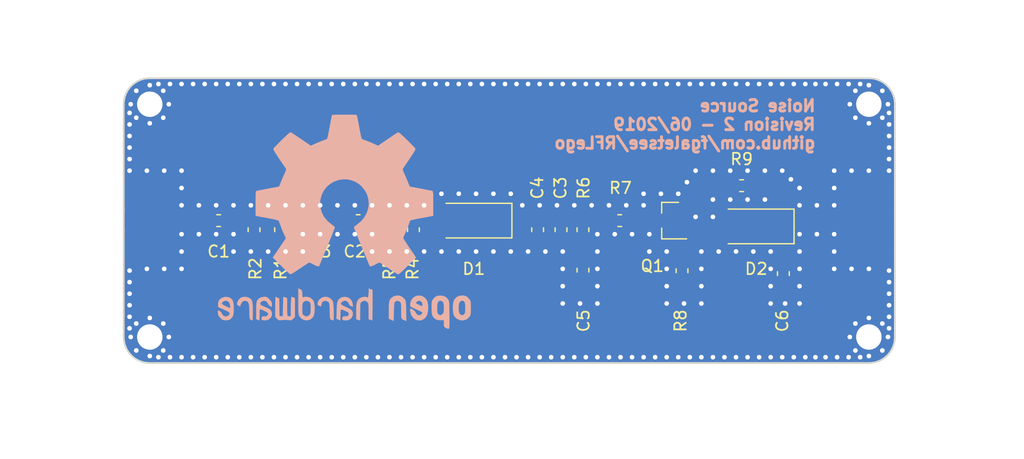
<source format=kicad_pcb>
(kicad_pcb (version 20171130) (host pcbnew "(5.0.1-3-g963ef8bb5)")

  (general
    (thickness 1.6)
    (drawings 36)
    (tracks 303)
    (zones 0)
    (modules 25)
    (nets 12)
  )

  (page A4)
  (layers
    (0 F.Cu signal)
    (31 B.Cu signal)
    (32 B.Adhes user)
    (33 F.Adhes user)
    (34 B.Paste user)
    (35 F.Paste user)
    (36 B.SilkS user)
    (37 F.SilkS user)
    (38 B.Mask user)
    (39 F.Mask user)
    (40 Dwgs.User user)
    (41 Cmts.User user)
    (42 Eco1.User user)
    (43 Eco2.User user)
    (44 Edge.Cuts user)
    (45 Margin user)
    (46 B.CrtYd user)
    (47 F.CrtYd user)
    (48 B.Fab user)
    (49 F.Fab user hide)
  )

  (setup
    (last_trace_width 0.22)
    (trace_clearance 0.2)
    (zone_clearance 0)
    (zone_45_only no)
    (trace_min 0.2)
    (segment_width 0.15)
    (edge_width 0.15)
    (via_size 0.7)
    (via_drill 0.4)
    (via_min_size 0.6)
    (via_min_drill 0.3)
    (uvia_size 0.3)
    (uvia_drill 0.1)
    (uvias_allowed no)
    (uvia_min_size 0.2)
    (uvia_min_drill 0.1)
    (pcb_text_width 0.3)
    (pcb_text_size 1.5 1.5)
    (mod_edge_width 0.15)
    (mod_text_size 1 1)
    (mod_text_width 0.15)
    (pad_size 4.064 1.524)
    (pad_drill 0)
    (pad_to_mask_clearance 0.051)
    (solder_mask_min_width 0.25)
    (aux_axis_origin 100 100)
    (grid_origin 100 100)
    (visible_elements FFFFFF7F)
    (pcbplotparams
      (layerselection 0x010fc_ffffffff)
      (usegerberextensions false)
      (usegerberattributes false)
      (usegerberadvancedattributes false)
      (creategerberjobfile false)
      (excludeedgelayer true)
      (linewidth 0.100000)
      (plotframeref false)
      (viasonmask false)
      (mode 1)
      (useauxorigin true)
      (hpglpennumber 1)
      (hpglpenspeed 20)
      (hpglpendiameter 15.000000)
      (psnegative false)
      (psa4output false)
      (plotreference true)
      (plotvalue true)
      (plotinvisibletext false)
      (padsonsilk false)
      (subtractmaskfromsilk false)
      (outputformat 1)
      (mirror false)
      (drillshape 0)
      (scaleselection 1)
      (outputdirectory ""))
  )

  (net 0 "")
  (net 1 GND)
  (net 2 "Net-(C1-Pad2)")
  (net 3 "Net-(C1-Pad1)")
  (net 4 "Net-(C2-Pad1)")
  (net 5 "Net-(C2-Pad2)")
  (net 6 "Net-(C3-Pad2)")
  (net 7 "Net-(C5-Pad1)")
  (net 8 "Net-(C6-Pad1)")
  (net 9 "Net-(D2-Pad2)")
  (net 10 "Net-(Q1-Pad2)")
  (net 11 "Net-(Q1-Pad3)")

  (net_class Default "This is the default net class."
    (clearance 0.2)
    (trace_width 0.22)
    (via_dia 0.7)
    (via_drill 0.4)
    (uvia_dia 0.3)
    (uvia_drill 0.1)
    (diff_pair_gap 0.2)
    (diff_pair_width 0.2)
    (add_net GND)
  )

  (net_class "50 Ohm thin" ""
    (clearance 0.17)
    (trace_width 1)
    (via_dia 0.7)
    (via_drill 0.4)
    (uvia_dia 0.3)
    (uvia_drill 0.1)
    (diff_pair_gap 0.2)
    (diff_pair_width 0.2)
    (add_net "Net-(C1-Pad1)")
    (add_net "Net-(C1-Pad2)")
    (add_net "Net-(C2-Pad1)")
    (add_net "Net-(C2-Pad2)")
    (add_net "Net-(C3-Pad2)")
    (add_net "Net-(C5-Pad1)")
    (add_net "Net-(C6-Pad1)")
    (add_net "Net-(D2-Pad2)")
    (add_net "Net-(Q1-Pad2)")
    (add_net "Net-(Q1-Pad3)")
  )

  (net_class 50Ohm ""
    (clearance 0.4)
    (trace_width 1.5)
    (via_dia 0.7)
    (via_drill 0.4)
    (uvia_dia 0.3)
    (uvia_drill 0.1)
    (diff_pair_gap 0.2)
    (diff_pair_width 0.2)
  )

  (module MountingHole:MountingHole_2.2mm_M2_Pad_Via (layer F.Cu) (tedit 5C589B5C) (tstamp 5C654A6F)
    (at 102.25 102.25)
    (descr "Mounting Hole 2.2mm, M2")
    (tags "mounting hole 2.2mm m2")
    (path /5CC871B2)
    (attr virtual)
    (fp_text reference H1 (at 0 -3.2) (layer F.SilkS) hide
      (effects (font (size 1 1) (thickness 0.15)))
    )
    (fp_text value MountingHole_Pad (at 0 3.2) (layer F.Fab)
      (effects (font (size 1 1) (thickness 0.15)))
    )
    (fp_text user %R (at 0.3 0) (layer F.Fab)
      (effects (font (size 1 1) (thickness 0.15)))
    )
    (fp_circle (center 0 0) (end 2.2 0) (layer Cmts.User) (width 0.15))
    (fp_circle (center 0 0) (end 2.45 0) (layer F.CrtYd) (width 0.05))
    (pad 1 thru_hole circle (at 0 0) (size 4.4 4.4) (drill 2.2) (layers *.Cu *.Mask)
      (net 1 GND))
    (pad 1 thru_hole circle (at 1.65 0) (size 0.7 0.7) (drill 0.4) (layers *.Cu *.Mask)
      (net 1 GND))
    (pad 1 thru_hole circle (at 1.166726 1.166726) (size 0.7 0.7) (drill 0.4) (layers *.Cu *.Mask)
      (net 1 GND))
    (pad 1 thru_hole circle (at 0 1.65) (size 0.7 0.7) (drill 0.4) (layers *.Cu *.Mask)
      (net 1 GND))
    (pad 1 thru_hole circle (at -1.166726 1.166726) (size 0.7 0.7) (drill 0.4) (layers *.Cu *.Mask)
      (net 1 GND))
    (pad 1 thru_hole circle (at -1.65 0) (size 0.7 0.7) (drill 0.4) (layers *.Cu *.Mask)
      (net 1 GND))
    (pad 1 thru_hole circle (at -1.166726 -1.166726) (size 0.7 0.7) (drill 0.4) (layers *.Cu *.Mask)
      (net 1 GND))
    (pad 1 thru_hole circle (at 0 -1.65) (size 0.7 0.7) (drill 0.4) (layers *.Cu *.Mask)
      (net 1 GND))
    (pad 1 thru_hole circle (at 1.166726 -1.166726) (size 0.7 0.7) (drill 0.4) (layers *.Cu *.Mask)
      (net 1 GND))
  )

  (module MountingHole:MountingHole_2.2mm_M2_Pad_Via (layer F.Cu) (tedit 5C589B60) (tstamp 5C654BAF)
    (at 102.25 122.4)
    (descr "Mounting Hole 2.2mm, M2")
    (tags "mounting hole 2.2mm m2")
    (path /5CC872F7)
    (attr virtual)
    (fp_text reference H2 (at 0 -3.2) (layer F.SilkS) hide
      (effects (font (size 1 1) (thickness 0.15)))
    )
    (fp_text value MountingHole_Pad (at 0 3.2) (layer F.Fab)
      (effects (font (size 1 1) (thickness 0.15)))
    )
    (fp_circle (center 0 0) (end 2.45 0) (layer F.CrtYd) (width 0.05))
    (fp_circle (center 0 0) (end 2.2 0) (layer Cmts.User) (width 0.15))
    (fp_text user %R (at 0.3 0) (layer F.Fab)
      (effects (font (size 1 1) (thickness 0.15)))
    )
    (pad 1 thru_hole circle (at 1.166726 -1.166726) (size 0.7 0.7) (drill 0.4) (layers *.Cu *.Mask)
      (net 1 GND))
    (pad 1 thru_hole circle (at 0 -1.65) (size 0.7 0.7) (drill 0.4) (layers *.Cu *.Mask)
      (net 1 GND))
    (pad 1 thru_hole circle (at -1.166726 -1.166726) (size 0.7 0.7) (drill 0.4) (layers *.Cu *.Mask)
      (net 1 GND))
    (pad 1 thru_hole circle (at -1.65 0) (size 0.7 0.7) (drill 0.4) (layers *.Cu *.Mask)
      (net 1 GND))
    (pad 1 thru_hole circle (at -1.166726 1.166726) (size 0.7 0.7) (drill 0.4) (layers *.Cu *.Mask)
      (net 1 GND))
    (pad 1 thru_hole circle (at 0 1.65) (size 0.7 0.7) (drill 0.4) (layers *.Cu *.Mask)
      (net 1 GND))
    (pad 1 thru_hole circle (at 1.166726 1.166726) (size 0.7 0.7) (drill 0.4) (layers *.Cu *.Mask)
      (net 1 GND))
    (pad 1 thru_hole circle (at 1.65 0) (size 0.7 0.7) (drill 0.4) (layers *.Cu *.Mask)
      (net 1 GND))
    (pad 1 thru_hole circle (at 0 0) (size 4.4 4.4) (drill 2.2) (layers *.Cu *.Mask)
      (net 1 GND))
  )

  (module MountingHole:MountingHole_2.2mm_M2_Pad_Via (layer F.Cu) (tedit 5C589B6A) (tstamp 5C654A8F)
    (at 164.5 102.25)
    (descr "Mounting Hole 2.2mm, M2")
    (tags "mounting hole 2.2mm m2")
    (path /5CC8742C)
    (attr virtual)
    (fp_text reference H3 (at 0 -3.2) (layer F.SilkS) hide
      (effects (font (size 1 1) (thickness 0.15)))
    )
    (fp_text value MountingHole_Pad (at 0 3.2) (layer F.Fab)
      (effects (font (size 1 1) (thickness 0.15)))
    )
    (fp_text user %R (at 0.3 0) (layer F.Fab)
      (effects (font (size 1 1) (thickness 0.15)))
    )
    (fp_circle (center 0 0) (end 2.2 0) (layer Cmts.User) (width 0.15))
    (fp_circle (center 0 0) (end 2.45 0) (layer F.CrtYd) (width 0.05))
    (pad 1 thru_hole circle (at 0 0) (size 4.4 4.4) (drill 2.2) (layers *.Cu *.Mask)
      (net 1 GND))
    (pad 1 thru_hole circle (at 1.65 0) (size 0.7 0.7) (drill 0.4) (layers *.Cu *.Mask)
      (net 1 GND))
    (pad 1 thru_hole circle (at 1.166726 1.166726) (size 0.7 0.7) (drill 0.4) (layers *.Cu *.Mask)
      (net 1 GND))
    (pad 1 thru_hole circle (at 0 1.65) (size 0.7 0.7) (drill 0.4) (layers *.Cu *.Mask)
      (net 1 GND))
    (pad 1 thru_hole circle (at -1.166726 1.166726) (size 0.7 0.7) (drill 0.4) (layers *.Cu *.Mask)
      (net 1 GND))
    (pad 1 thru_hole circle (at -1.65 0) (size 0.7 0.7) (drill 0.4) (layers *.Cu *.Mask)
      (net 1 GND))
    (pad 1 thru_hole circle (at -1.166726 -1.166726) (size 0.7 0.7) (drill 0.4) (layers *.Cu *.Mask)
      (net 1 GND))
    (pad 1 thru_hole circle (at 0 -1.65) (size 0.7 0.7) (drill 0.4) (layers *.Cu *.Mask)
      (net 1 GND))
    (pad 1 thru_hole circle (at 1.166726 -1.166726) (size 0.7 0.7) (drill 0.4) (layers *.Cu *.Mask)
      (net 1 GND))
  )

  (module MountingHole:MountingHole_2.2mm_M2_Pad_Via (layer F.Cu) (tedit 5C589B67) (tstamp 5C654A9F)
    (at 164.5 122.4)
    (descr "Mounting Hole 2.2mm, M2")
    (tags "mounting hole 2.2mm m2")
    (path /5CC876B1)
    (attr virtual)
    (fp_text reference H4 (at 0 -3.2) (layer F.SilkS) hide
      (effects (font (size 1 1) (thickness 0.15)))
    )
    (fp_text value MountingHole_Pad (at 0 3.2) (layer F.Fab)
      (effects (font (size 1 1) (thickness 0.15)))
    )
    (fp_circle (center 0 0) (end 2.45 0) (layer F.CrtYd) (width 0.05))
    (fp_circle (center 0 0) (end 2.2 0) (layer Cmts.User) (width 0.15))
    (fp_text user %R (at 0.3 0) (layer F.Fab)
      (effects (font (size 1 1) (thickness 0.15)))
    )
    (pad 1 thru_hole circle (at 1.166726 -1.166726) (size 0.7 0.7) (drill 0.4) (layers *.Cu *.Mask)
      (net 1 GND))
    (pad 1 thru_hole circle (at 0 -1.65) (size 0.7 0.7) (drill 0.4) (layers *.Cu *.Mask)
      (net 1 GND))
    (pad 1 thru_hole circle (at -1.166726 -1.166726) (size 0.7 0.7) (drill 0.4) (layers *.Cu *.Mask)
      (net 1 GND))
    (pad 1 thru_hole circle (at -1.65 0) (size 0.7 0.7) (drill 0.4) (layers *.Cu *.Mask)
      (net 1 GND))
    (pad 1 thru_hole circle (at -1.166726 1.166726) (size 0.7 0.7) (drill 0.4) (layers *.Cu *.Mask)
      (net 1 GND))
    (pad 1 thru_hole circle (at 0 1.65) (size 0.7 0.7) (drill 0.4) (layers *.Cu *.Mask)
      (net 1 GND))
    (pad 1 thru_hole circle (at 1.166726 1.166726) (size 0.7 0.7) (drill 0.4) (layers *.Cu *.Mask)
      (net 1 GND))
    (pad 1 thru_hole circle (at 1.65 0) (size 0.7 0.7) (drill 0.4) (layers *.Cu *.Mask)
      (net 1 GND))
    (pad 1 thru_hole circle (at 0 0) (size 4.4 4.4) (drill 2.2) (layers *.Cu *.Mask)
      (net 1 GND))
  )

  (module RFLego_Footprint:SMA_Edge (layer F.Cu) (tedit 5C589B63) (tstamp 5C654AA8)
    (at 100 112.325)
    (path /5C4F3D3B)
    (fp_text reference J1 (at 2.1336 4.6482) (layer F.SilkS) hide
      (effects (font (size 1 1) (thickness 0.15)))
    )
    (fp_text value SMA (at 1.27 6.35) (layer F.Fab) hide
      (effects (font (size 1 1) (thickness 0.15)))
    )
    (pad 1 smd rect (at 2.032 0) (size 4.064 1.524) (layers F.Cu F.Mask)
      (net 2 "Net-(C1-Pad2)"))
    (pad 2 smd rect (at 2.032 -2.54) (size 4.064 1.524) (layers F.Cu F.Mask)
      (net 1 GND))
    (pad 2 smd rect (at 2.032 2.54) (size 4.064 1.524) (layers B.Cu B.Mask)
      (net 1 GND))
    (pad 2 smd rect (at 2.032 -2.54) (size 4.064 1.524) (layers B.Cu B.Mask)
      (net 1 GND))
    (pad 2 smd rect (at 2.032 2.54) (size 4.064 1.524) (layers F.Cu F.Mask)
      (net 1 GND))
  )

  (module RFLego_Footprint:SMA_Edge (layer F.Cu) (tedit 5C58AA95) (tstamp 5C654AB1)
    (at 162.718 112.325)
    (path /5C4F37DD)
    (fp_text reference J2 (at 2.1336 4.6482) (layer F.SilkS) hide
      (effects (font (size 1 1) (thickness 0.15)))
    )
    (fp_text value SMA (at 1.27 6.35) (layer F.Fab) hide
      (effects (font (size 1 1) (thickness 0.15)))
    )
    (pad 2 smd rect (at 2.032 2.54) (size 4.064 1.524) (layers F.Cu F.Mask)
      (net 1 GND))
    (pad 2 smd rect (at 2.032 -2.54) (size 4.064 1.524) (layers B.Cu B.Mask)
      (net 1 GND))
    (pad 2 smd rect (at 2.032 2.54) (size 4.064 1.524) (layers B.Cu B.Mask)
      (net 1 GND))
    (pad 2 smd rect (at 2.032 -2.54) (size 4.064 1.524) (layers F.Cu F.Mask)
      (net 1 GND))
    (pad 1 smd rect (at 2.032 0) (size 4.064 1.524) (layers F.Cu F.Mask)
      (net 8 "Net-(C6-Pad1)"))
  )

  (module Capacitor_SMD:C_0603_1608Metric (layer F.Cu) (tedit 5B301BBE) (tstamp 5CC846A4)
    (at 108.2125 112.325 180)
    (descr "Capacitor SMD 0603 (1608 Metric), square (rectangular) end terminal, IPC_7351 nominal, (Body size source: http://www.tortai-tech.com/upload/download/2011102023233369053.pdf), generated with kicad-footprint-generator")
    (tags capacitor)
    (path /5C4F3E28)
    (attr smd)
    (fp_text reference C1 (at 0 -2.675 180) (layer F.SilkS)
      (effects (font (size 1 1) (thickness 0.15)))
    )
    (fp_text value 100n (at 0 1.43 180) (layer F.Fab)
      (effects (font (size 1 1) (thickness 0.15)))
    )
    (fp_text user %R (at 0 0 180) (layer F.Fab)
      (effects (font (size 0.4 0.4) (thickness 0.06)))
    )
    (fp_line (start 1.48 0.73) (end -1.48 0.73) (layer F.CrtYd) (width 0.05))
    (fp_line (start 1.48 -0.73) (end 1.48 0.73) (layer F.CrtYd) (width 0.05))
    (fp_line (start -1.48 -0.73) (end 1.48 -0.73) (layer F.CrtYd) (width 0.05))
    (fp_line (start -1.48 0.73) (end -1.48 -0.73) (layer F.CrtYd) (width 0.05))
    (fp_line (start -0.162779 0.51) (end 0.162779 0.51) (layer F.SilkS) (width 0.12))
    (fp_line (start -0.162779 -0.51) (end 0.162779 -0.51) (layer F.SilkS) (width 0.12))
    (fp_line (start 0.8 0.4) (end -0.8 0.4) (layer F.Fab) (width 0.1))
    (fp_line (start 0.8 -0.4) (end 0.8 0.4) (layer F.Fab) (width 0.1))
    (fp_line (start -0.8 -0.4) (end 0.8 -0.4) (layer F.Fab) (width 0.1))
    (fp_line (start -0.8 0.4) (end -0.8 -0.4) (layer F.Fab) (width 0.1))
    (pad 2 smd roundrect (at 0.7875 0 180) (size 0.875 0.95) (layers F.Cu F.Paste F.Mask) (roundrect_rratio 0.25)
      (net 2 "Net-(C1-Pad2)"))
    (pad 1 smd roundrect (at -0.7875 0 180) (size 0.875 0.95) (layers F.Cu F.Paste F.Mask) (roundrect_rratio 0.25)
      (net 3 "Net-(C1-Pad1)"))
    (model ${KISYS3DMOD}/Capacitor_SMD.3dshapes/C_0603_1608Metric.wrl
      (at (xyz 0 0 0))
      (scale (xyz 1 1 1))
      (rotate (xyz 0 0 0))
    )
  )

  (module Capacitor_SMD:C_0603_1608Metric (layer F.Cu) (tedit 5B301BBE) (tstamp 5CC846B5)
    (at 120.2875 112.325 180)
    (descr "Capacitor SMD 0603 (1608 Metric), square (rectangular) end terminal, IPC_7351 nominal, (Body size source: http://www.tortai-tech.com/upload/download/2011102023233369053.pdf), generated with kicad-footprint-generator")
    (tags capacitor)
    (path /5C4F3FED)
    (attr smd)
    (fp_text reference C2 (at 0.2875 -2.675 180) (layer F.SilkS)
      (effects (font (size 1 1) (thickness 0.15)))
    )
    (fp_text value 1n (at 0 1.43 180) (layer F.Fab)
      (effects (font (size 1 1) (thickness 0.15)))
    )
    (fp_line (start -0.8 0.4) (end -0.8 -0.4) (layer F.Fab) (width 0.1))
    (fp_line (start -0.8 -0.4) (end 0.8 -0.4) (layer F.Fab) (width 0.1))
    (fp_line (start 0.8 -0.4) (end 0.8 0.4) (layer F.Fab) (width 0.1))
    (fp_line (start 0.8 0.4) (end -0.8 0.4) (layer F.Fab) (width 0.1))
    (fp_line (start -0.162779 -0.51) (end 0.162779 -0.51) (layer F.SilkS) (width 0.12))
    (fp_line (start -0.162779 0.51) (end 0.162779 0.51) (layer F.SilkS) (width 0.12))
    (fp_line (start -1.48 0.73) (end -1.48 -0.73) (layer F.CrtYd) (width 0.05))
    (fp_line (start -1.48 -0.73) (end 1.48 -0.73) (layer F.CrtYd) (width 0.05))
    (fp_line (start 1.48 -0.73) (end 1.48 0.73) (layer F.CrtYd) (width 0.05))
    (fp_line (start 1.48 0.73) (end -1.48 0.73) (layer F.CrtYd) (width 0.05))
    (fp_text user %R (at 0 0 180) (layer F.Fab)
      (effects (font (size 0.4 0.4) (thickness 0.06)))
    )
    (pad 1 smd roundrect (at -0.7875 0 180) (size 0.875 0.95) (layers F.Cu F.Paste F.Mask) (roundrect_rratio 0.25)
      (net 4 "Net-(C2-Pad1)"))
    (pad 2 smd roundrect (at 0.7875 0 180) (size 0.875 0.95) (layers F.Cu F.Paste F.Mask) (roundrect_rratio 0.25)
      (net 5 "Net-(C2-Pad2)"))
    (model ${KISYS3DMOD}/Capacitor_SMD.3dshapes/C_0603_1608Metric.wrl
      (at (xyz 0 0 0))
      (scale (xyz 1 1 1))
      (rotate (xyz 0 0 0))
    )
  )

  (module Capacitor_SMD:C_0603_1608Metric (layer F.Cu) (tedit 5B301BBE) (tstamp 5CC846C6)
    (at 137.85 113.1125 90)
    (descr "Capacitor SMD 0603 (1608 Metric), square (rectangular) end terminal, IPC_7351 nominal, (Body size source: http://www.tortai-tech.com/upload/download/2011102023233369053.pdf), generated with kicad-footprint-generator")
    (tags capacitor)
    (path /5C4F41C6)
    (attr smd)
    (fp_text reference C3 (at 3.6125 -0.05 90) (layer F.SilkS)
      (effects (font (size 1 1) (thickness 0.15)))
    )
    (fp_text value 47p (at 0 1.43 90) (layer F.Fab)
      (effects (font (size 1 1) (thickness 0.15)))
    )
    (fp_text user %R (at 0 0 90) (layer F.Fab)
      (effects (font (size 0.4 0.4) (thickness 0.06)))
    )
    (fp_line (start 1.48 0.73) (end -1.48 0.73) (layer F.CrtYd) (width 0.05))
    (fp_line (start 1.48 -0.73) (end 1.48 0.73) (layer F.CrtYd) (width 0.05))
    (fp_line (start -1.48 -0.73) (end 1.48 -0.73) (layer F.CrtYd) (width 0.05))
    (fp_line (start -1.48 0.73) (end -1.48 -0.73) (layer F.CrtYd) (width 0.05))
    (fp_line (start -0.162779 0.51) (end 0.162779 0.51) (layer F.SilkS) (width 0.12))
    (fp_line (start -0.162779 -0.51) (end 0.162779 -0.51) (layer F.SilkS) (width 0.12))
    (fp_line (start 0.8 0.4) (end -0.8 0.4) (layer F.Fab) (width 0.1))
    (fp_line (start 0.8 -0.4) (end 0.8 0.4) (layer F.Fab) (width 0.1))
    (fp_line (start -0.8 -0.4) (end 0.8 -0.4) (layer F.Fab) (width 0.1))
    (fp_line (start -0.8 0.4) (end -0.8 -0.4) (layer F.Fab) (width 0.1))
    (pad 2 smd roundrect (at 0.7875 0 90) (size 0.875 0.95) (layers F.Cu F.Paste F.Mask) (roundrect_rratio 0.25)
      (net 6 "Net-(C3-Pad2)"))
    (pad 1 smd roundrect (at -0.7875 0 90) (size 0.875 0.95) (layers F.Cu F.Paste F.Mask) (roundrect_rratio 0.25)
      (net 1 GND))
    (model ${KISYS3DMOD}/Capacitor_SMD.3dshapes/C_0603_1608Metric.wrl
      (at (xyz 0 0 0))
      (scale (xyz 1 1 1))
      (rotate (xyz 0 0 0))
    )
  )

  (module Capacitor_SMD:C_0603_1608Metric (layer F.Cu) (tedit 5B301BBE) (tstamp 5CC846D7)
    (at 135.825 113.1125 270)
    (descr "Capacitor SMD 0603 (1608 Metric), square (rectangular) end terminal, IPC_7351 nominal, (Body size source: http://www.tortai-tech.com/upload/download/2011102023233369053.pdf), generated with kicad-footprint-generator")
    (tags capacitor)
    (path /5C4F4218)
    (attr smd)
    (fp_text reference C4 (at -3.6125 0.025 270) (layer F.SilkS)
      (effects (font (size 1 1) (thickness 0.15)))
    )
    (fp_text value 47p (at 0 1.43 270) (layer F.Fab)
      (effects (font (size 1 1) (thickness 0.15)))
    )
    (fp_line (start -0.8 0.4) (end -0.8 -0.4) (layer F.Fab) (width 0.1))
    (fp_line (start -0.8 -0.4) (end 0.8 -0.4) (layer F.Fab) (width 0.1))
    (fp_line (start 0.8 -0.4) (end 0.8 0.4) (layer F.Fab) (width 0.1))
    (fp_line (start 0.8 0.4) (end -0.8 0.4) (layer F.Fab) (width 0.1))
    (fp_line (start -0.162779 -0.51) (end 0.162779 -0.51) (layer F.SilkS) (width 0.12))
    (fp_line (start -0.162779 0.51) (end 0.162779 0.51) (layer F.SilkS) (width 0.12))
    (fp_line (start -1.48 0.73) (end -1.48 -0.73) (layer F.CrtYd) (width 0.05))
    (fp_line (start -1.48 -0.73) (end 1.48 -0.73) (layer F.CrtYd) (width 0.05))
    (fp_line (start 1.48 -0.73) (end 1.48 0.73) (layer F.CrtYd) (width 0.05))
    (fp_line (start 1.48 0.73) (end -1.48 0.73) (layer F.CrtYd) (width 0.05))
    (fp_text user %R (at 0 0 270) (layer F.Fab)
      (effects (font (size 0.4 0.4) (thickness 0.06)))
    )
    (pad 1 smd roundrect (at -0.7875 0 270) (size 0.875 0.95) (layers F.Cu F.Paste F.Mask) (roundrect_rratio 0.25)
      (net 6 "Net-(C3-Pad2)"))
    (pad 2 smd roundrect (at 0.7875 0 270) (size 0.875 0.95) (layers F.Cu F.Paste F.Mask) (roundrect_rratio 0.25)
      (net 1 GND))
    (model ${KISYS3DMOD}/Capacitor_SMD.3dshapes/C_0603_1608Metric.wrl
      (at (xyz 0 0 0))
      (scale (xyz 1 1 1))
      (rotate (xyz 0 0 0))
    )
  )

  (module Capacitor_SMD:C_0603_1608Metric (layer F.Cu) (tedit 5B301BBE) (tstamp 5CC846E8)
    (at 139.75 116.6125 270)
    (descr "Capacitor SMD 0603 (1608 Metric), square (rectangular) end terminal, IPC_7351 nominal, (Body size source: http://www.tortai-tech.com/upload/download/2011102023233369053.pdf), generated with kicad-footprint-generator")
    (tags capacitor)
    (path /5C4F391B)
    (attr smd)
    (fp_text reference C5 (at 4.3875 -0.05 270) (layer F.SilkS)
      (effects (font (size 1 1) (thickness 0.15)))
    )
    (fp_text value 10n (at 0 1.43 270) (layer F.Fab)
      (effects (font (size 1 1) (thickness 0.15)))
    )
    (fp_line (start -0.8 0.4) (end -0.8 -0.4) (layer F.Fab) (width 0.1))
    (fp_line (start -0.8 -0.4) (end 0.8 -0.4) (layer F.Fab) (width 0.1))
    (fp_line (start 0.8 -0.4) (end 0.8 0.4) (layer F.Fab) (width 0.1))
    (fp_line (start 0.8 0.4) (end -0.8 0.4) (layer F.Fab) (width 0.1))
    (fp_line (start -0.162779 -0.51) (end 0.162779 -0.51) (layer F.SilkS) (width 0.12))
    (fp_line (start -0.162779 0.51) (end 0.162779 0.51) (layer F.SilkS) (width 0.12))
    (fp_line (start -1.48 0.73) (end -1.48 -0.73) (layer F.CrtYd) (width 0.05))
    (fp_line (start -1.48 -0.73) (end 1.48 -0.73) (layer F.CrtYd) (width 0.05))
    (fp_line (start 1.48 -0.73) (end 1.48 0.73) (layer F.CrtYd) (width 0.05))
    (fp_line (start 1.48 0.73) (end -1.48 0.73) (layer F.CrtYd) (width 0.05))
    (fp_text user %R (at 0 0 270) (layer F.Fab)
      (effects (font (size 0.4 0.4) (thickness 0.06)))
    )
    (pad 1 smd roundrect (at -0.7875 0 270) (size 0.875 0.95) (layers F.Cu F.Paste F.Mask) (roundrect_rratio 0.25)
      (net 7 "Net-(C5-Pad1)"))
    (pad 2 smd roundrect (at 0.7875 0 270) (size 0.875 0.95) (layers F.Cu F.Paste F.Mask) (roundrect_rratio 0.25)
      (net 1 GND))
    (model ${KISYS3DMOD}/Capacitor_SMD.3dshapes/C_0603_1608Metric.wrl
      (at (xyz 0 0 0))
      (scale (xyz 1 1 1))
      (rotate (xyz 0 0 0))
    )
  )

  (module Capacitor_SMD:C_0603_1608Metric (layer F.Cu) (tedit 5B301BBE) (tstamp 5CC846F9)
    (at 157.1 116.9125 270)
    (descr "Capacitor SMD 0603 (1608 Metric), square (rectangular) end terminal, IPC_7351 nominal, (Body size source: http://www.tortai-tech.com/upload/download/2011102023233369053.pdf), generated with kicad-footprint-generator")
    (tags capacitor)
    (path /5C4F4EC9)
    (attr smd)
    (fp_text reference C6 (at 4.0875 0.1 270) (layer F.SilkS)
      (effects (font (size 1 1) (thickness 0.15)))
    )
    (fp_text value 1n (at 0 1.43 270) (layer F.Fab)
      (effects (font (size 1 1) (thickness 0.15)))
    )
    (fp_text user %R (at 0 0 270) (layer F.Fab)
      (effects (font (size 0.4 0.4) (thickness 0.06)))
    )
    (fp_line (start 1.48 0.73) (end -1.48 0.73) (layer F.CrtYd) (width 0.05))
    (fp_line (start 1.48 -0.73) (end 1.48 0.73) (layer F.CrtYd) (width 0.05))
    (fp_line (start -1.48 -0.73) (end 1.48 -0.73) (layer F.CrtYd) (width 0.05))
    (fp_line (start -1.48 0.73) (end -1.48 -0.73) (layer F.CrtYd) (width 0.05))
    (fp_line (start -0.162779 0.51) (end 0.162779 0.51) (layer F.SilkS) (width 0.12))
    (fp_line (start -0.162779 -0.51) (end 0.162779 -0.51) (layer F.SilkS) (width 0.12))
    (fp_line (start 0.8 0.4) (end -0.8 0.4) (layer F.Fab) (width 0.1))
    (fp_line (start 0.8 -0.4) (end 0.8 0.4) (layer F.Fab) (width 0.1))
    (fp_line (start -0.8 -0.4) (end 0.8 -0.4) (layer F.Fab) (width 0.1))
    (fp_line (start -0.8 0.4) (end -0.8 -0.4) (layer F.Fab) (width 0.1))
    (pad 2 smd roundrect (at 0.7875 0 270) (size 0.875 0.95) (layers F.Cu F.Paste F.Mask) (roundrect_rratio 0.25)
      (net 1 GND))
    (pad 1 smd roundrect (at -0.7875 0 270) (size 0.875 0.95) (layers F.Cu F.Paste F.Mask) (roundrect_rratio 0.25)
      (net 8 "Net-(C6-Pad1)"))
    (model ${KISYS3DMOD}/Capacitor_SMD.3dshapes/C_0603_1608Metric.wrl
      (at (xyz 0 0 0))
      (scale (xyz 1 1 1))
      (rotate (xyz 0 0 0))
    )
  )

  (module Diode_SMD:D_MELF (layer F.Cu) (tedit 5905D864) (tstamp 5CC84711)
    (at 130.3 112.325 180)
    (descr "Diode, MELF,,")
    (tags "Diode MELF ")
    (path /5C4F3B01)
    (attr smd)
    (fp_text reference D1 (at 0 -4.175 180) (layer F.SilkS)
      (effects (font (size 1 1) (thickness 0.15)))
    )
    (fp_text value 12V (at -0.25 2.5 180) (layer F.Fab)
      (effects (font (size 1 1) (thickness 0.15)))
    )
    (fp_text user %R (at 0 -2.5 180) (layer F.Fab)
      (effects (font (size 1 1) (thickness 0.15)))
    )
    (fp_line (start 2.4 -1.5) (end -3.3 -1.5) (layer F.SilkS) (width 0.12))
    (fp_line (start -3.3 -1.5) (end -3.3 1.5) (layer F.SilkS) (width 0.12))
    (fp_line (start -3.3 1.5) (end 2.4 1.5) (layer F.SilkS) (width 0.12))
    (fp_line (start 2.6 -1.3) (end -2.6 -1.3) (layer F.Fab) (width 0.1))
    (fp_line (start -2.6 -1.3) (end -2.6 1.3) (layer F.Fab) (width 0.1))
    (fp_line (start -2.6 1.3) (end 2.6 1.3) (layer F.Fab) (width 0.1))
    (fp_line (start 2.6 1.3) (end 2.6 -1.3) (layer F.Fab) (width 0.1))
    (fp_line (start -0.64944 0.00102) (end -1.55114 0.00102) (layer F.Fab) (width 0.1))
    (fp_line (start 0.50118 0.00102) (end 1.4994 0.00102) (layer F.Fab) (width 0.1))
    (fp_line (start -0.64944 -0.79908) (end -0.64944 0.80112) (layer F.Fab) (width 0.1))
    (fp_line (start 0.50118 0.75032) (end 0.50118 -0.79908) (layer F.Fab) (width 0.1))
    (fp_line (start -0.64944 0.00102) (end 0.50118 0.75032) (layer F.Fab) (width 0.1))
    (fp_line (start -0.64944 0.00102) (end 0.50118 -0.79908) (layer F.Fab) (width 0.1))
    (fp_line (start -3.4 -1.6) (end 3.4 -1.6) (layer F.CrtYd) (width 0.05))
    (fp_line (start 3.4 -1.6) (end 3.4 1.6) (layer F.CrtYd) (width 0.05))
    (fp_line (start 3.4 1.6) (end -3.4 1.6) (layer F.CrtYd) (width 0.05))
    (fp_line (start -3.4 1.6) (end -3.4 -1.6) (layer F.CrtYd) (width 0.05))
    (pad 1 smd rect (at -2.4 0 180) (size 1.5 2.7) (layers F.Cu F.Paste F.Mask)
      (net 6 "Net-(C3-Pad2)"))
    (pad 2 smd rect (at 2.4 0 180) (size 1.5 2.7) (layers F.Cu F.Paste F.Mask)
      (net 4 "Net-(C2-Pad1)"))
    (model ${KISYS3DMOD}/Diode_SMD.3dshapes/D_MELF.wrl
      (at (xyz 0 0 0))
      (scale (xyz 1 1 1))
      (rotate (xyz 0 0 0))
    )
  )

  (module Diode_SMD:D_MELF (layer F.Cu) (tedit 5905D864) (tstamp 5CC84729)
    (at 154.725 112.825 180)
    (descr "Diode, MELF,,")
    (tags "Diode MELF ")
    (path /5C4F4950)
    (attr smd)
    (fp_text reference D2 (at -0.025 -3.675 180) (layer F.SilkS)
      (effects (font (size 1 1) (thickness 0.15)))
    )
    (fp_text value 3.9V (at -0.25 2.5 180) (layer F.Fab)
      (effects (font (size 1 1) (thickness 0.15)))
    )
    (fp_line (start -3.4 1.6) (end -3.4 -1.6) (layer F.CrtYd) (width 0.05))
    (fp_line (start 3.4 1.6) (end -3.4 1.6) (layer F.CrtYd) (width 0.05))
    (fp_line (start 3.4 -1.6) (end 3.4 1.6) (layer F.CrtYd) (width 0.05))
    (fp_line (start -3.4 -1.6) (end 3.4 -1.6) (layer F.CrtYd) (width 0.05))
    (fp_line (start -0.64944 0.00102) (end 0.50118 -0.79908) (layer F.Fab) (width 0.1))
    (fp_line (start -0.64944 0.00102) (end 0.50118 0.75032) (layer F.Fab) (width 0.1))
    (fp_line (start 0.50118 0.75032) (end 0.50118 -0.79908) (layer F.Fab) (width 0.1))
    (fp_line (start -0.64944 -0.79908) (end -0.64944 0.80112) (layer F.Fab) (width 0.1))
    (fp_line (start 0.50118 0.00102) (end 1.4994 0.00102) (layer F.Fab) (width 0.1))
    (fp_line (start -0.64944 0.00102) (end -1.55114 0.00102) (layer F.Fab) (width 0.1))
    (fp_line (start 2.6 1.3) (end 2.6 -1.3) (layer F.Fab) (width 0.1))
    (fp_line (start -2.6 1.3) (end 2.6 1.3) (layer F.Fab) (width 0.1))
    (fp_line (start -2.6 -1.3) (end -2.6 1.3) (layer F.Fab) (width 0.1))
    (fp_line (start 2.6 -1.3) (end -2.6 -1.3) (layer F.Fab) (width 0.1))
    (fp_line (start -3.3 1.5) (end 2.4 1.5) (layer F.SilkS) (width 0.12))
    (fp_line (start -3.3 -1.5) (end -3.3 1.5) (layer F.SilkS) (width 0.12))
    (fp_line (start 2.4 -1.5) (end -3.3 -1.5) (layer F.SilkS) (width 0.12))
    (fp_text user %R (at 0 -2.5 180) (layer F.Fab)
      (effects (font (size 1 1) (thickness 0.15)))
    )
    (pad 2 smd rect (at 2.4 0 180) (size 1.5 2.7) (layers F.Cu F.Paste F.Mask)
      (net 9 "Net-(D2-Pad2)"))
    (pad 1 smd rect (at -2.4 0 180) (size 1.5 2.7) (layers F.Cu F.Paste F.Mask)
      (net 8 "Net-(C6-Pad1)"))
    (model ${KISYS3DMOD}/Diode_SMD.3dshapes/D_MELF.wrl
      (at (xyz 0 0 0))
      (scale (xyz 1 1 1))
      (rotate (xyz 0 0 0))
    )
  )

  (module Package_TO_SOT_SMD:SOT-23 (layer F.Cu) (tedit 5A02FF57) (tstamp 5CC8473E)
    (at 147.325 112.325 180)
    (descr "SOT-23, Standard")
    (tags SOT-23)
    (path /5C4F3C6C)
    (attr smd)
    (fp_text reference Q1 (at 1.575 -3.925 180) (layer F.SilkS)
      (effects (font (size 1 1) (thickness 0.15)))
    )
    (fp_text value BC858 (at 0 2.5 180) (layer F.Fab)
      (effects (font (size 1 1) (thickness 0.15)))
    )
    (fp_text user %R (at 0 0 270) (layer F.Fab)
      (effects (font (size 0.5 0.5) (thickness 0.075)))
    )
    (fp_line (start -0.7 -0.95) (end -0.7 1.5) (layer F.Fab) (width 0.1))
    (fp_line (start -0.15 -1.52) (end 0.7 -1.52) (layer F.Fab) (width 0.1))
    (fp_line (start -0.7 -0.95) (end -0.15 -1.52) (layer F.Fab) (width 0.1))
    (fp_line (start 0.7 -1.52) (end 0.7 1.52) (layer F.Fab) (width 0.1))
    (fp_line (start -0.7 1.52) (end 0.7 1.52) (layer F.Fab) (width 0.1))
    (fp_line (start 0.76 1.58) (end 0.76 0.65) (layer F.SilkS) (width 0.12))
    (fp_line (start 0.76 -1.58) (end 0.76 -0.65) (layer F.SilkS) (width 0.12))
    (fp_line (start -1.7 -1.75) (end 1.7 -1.75) (layer F.CrtYd) (width 0.05))
    (fp_line (start 1.7 -1.75) (end 1.7 1.75) (layer F.CrtYd) (width 0.05))
    (fp_line (start 1.7 1.75) (end -1.7 1.75) (layer F.CrtYd) (width 0.05))
    (fp_line (start -1.7 1.75) (end -1.7 -1.75) (layer F.CrtYd) (width 0.05))
    (fp_line (start 0.76 -1.58) (end -1.4 -1.58) (layer F.SilkS) (width 0.12))
    (fp_line (start 0.76 1.58) (end -0.7 1.58) (layer F.SilkS) (width 0.12))
    (pad 1 smd rect (at -1 -0.95 180) (size 0.9 0.8) (layers F.Cu F.Paste F.Mask)
      (net 9 "Net-(D2-Pad2)"))
    (pad 2 smd rect (at -1 0.95 180) (size 0.9 0.8) (layers F.Cu F.Paste F.Mask)
      (net 10 "Net-(Q1-Pad2)"))
    (pad 3 smd rect (at 1 0 180) (size 0.9 0.8) (layers F.Cu F.Paste F.Mask)
      (net 11 "Net-(Q1-Pad3)"))
    (model ${KISYS3DMOD}/Package_TO_SOT_SMD.3dshapes/SOT-23.wrl
      (at (xyz 0 0 0))
      (scale (xyz 1 1 1))
      (rotate (xyz 0 0 0))
    )
  )

  (module Resistor_SMD:R_0603_1608Metric (layer F.Cu) (tedit 5B301BBD) (tstamp 5CC8474F)
    (at 113.575 113.1125 90)
    (descr "Resistor SMD 0603 (1608 Metric), square (rectangular) end terminal, IPC_7351 nominal, (Body size source: http://www.tortai-tech.com/upload/download/2011102023233369053.pdf), generated with kicad-footprint-generator")
    (tags resistor)
    (path /5C4F3F2C)
    (attr smd)
    (fp_text reference R1 (at -3.3875 0 90) (layer F.SilkS)
      (effects (font (size 1 1) (thickness 0.15)))
    )
    (fp_text value 120 (at 0 1.43 90) (layer F.Fab)
      (effects (font (size 1 1) (thickness 0.15)))
    )
    (fp_line (start -0.8 0.4) (end -0.8 -0.4) (layer F.Fab) (width 0.1))
    (fp_line (start -0.8 -0.4) (end 0.8 -0.4) (layer F.Fab) (width 0.1))
    (fp_line (start 0.8 -0.4) (end 0.8 0.4) (layer F.Fab) (width 0.1))
    (fp_line (start 0.8 0.4) (end -0.8 0.4) (layer F.Fab) (width 0.1))
    (fp_line (start -0.162779 -0.51) (end 0.162779 -0.51) (layer F.SilkS) (width 0.12))
    (fp_line (start -0.162779 0.51) (end 0.162779 0.51) (layer F.SilkS) (width 0.12))
    (fp_line (start -1.48 0.73) (end -1.48 -0.73) (layer F.CrtYd) (width 0.05))
    (fp_line (start -1.48 -0.73) (end 1.48 -0.73) (layer F.CrtYd) (width 0.05))
    (fp_line (start 1.48 -0.73) (end 1.48 0.73) (layer F.CrtYd) (width 0.05))
    (fp_line (start 1.48 0.73) (end -1.48 0.73) (layer F.CrtYd) (width 0.05))
    (fp_text user %R (at 0 0 90) (layer F.Fab)
      (effects (font (size 0.4 0.4) (thickness 0.06)))
    )
    (pad 1 smd roundrect (at -0.7875 0 90) (size 0.875 0.95) (layers F.Cu F.Paste F.Mask) (roundrect_rratio 0.25)
      (net 1 GND))
    (pad 2 smd roundrect (at 0.7875 0 90) (size 0.875 0.95) (layers F.Cu F.Paste F.Mask) (roundrect_rratio 0.25)
      (net 3 "Net-(C1-Pad1)"))
    (model ${KISYS3DMOD}/Resistor_SMD.3dshapes/R_0603_1608Metric.wrl
      (at (xyz 0 0 0))
      (scale (xyz 1 1 1))
      (rotate (xyz 0 0 0))
    )
  )

  (module Resistor_SMD:R_0603_1608Metric (layer F.Cu) (tedit 5B301BBD) (tstamp 5CCAD654)
    (at 111.275 113.1125 270)
    (descr "Resistor SMD 0603 (1608 Metric), square (rectangular) end terminal, IPC_7351 nominal, (Body size source: http://www.tortai-tech.com/upload/download/2011102023233369053.pdf), generated with kicad-footprint-generator")
    (tags resistor)
    (path /5C4F3EC2)
    (attr smd)
    (fp_text reference R2 (at 3.3875 -0.125 270) (layer F.SilkS)
      (effects (font (size 1 1) (thickness 0.15)))
    )
    (fp_text value 120 (at 0 1.43 270) (layer F.Fab)
      (effects (font (size 1 1) (thickness 0.15)))
    )
    (fp_text user %R (at 0 0 270) (layer F.Fab)
      (effects (font (size 0.4 0.4) (thickness 0.06)))
    )
    (fp_line (start 1.48 0.73) (end -1.48 0.73) (layer F.CrtYd) (width 0.05))
    (fp_line (start 1.48 -0.73) (end 1.48 0.73) (layer F.CrtYd) (width 0.05))
    (fp_line (start -1.48 -0.73) (end 1.48 -0.73) (layer F.CrtYd) (width 0.05))
    (fp_line (start -1.48 0.73) (end -1.48 -0.73) (layer F.CrtYd) (width 0.05))
    (fp_line (start -0.162779 0.51) (end 0.162779 0.51) (layer F.SilkS) (width 0.12))
    (fp_line (start -0.162779 -0.51) (end 0.162779 -0.51) (layer F.SilkS) (width 0.12))
    (fp_line (start 0.8 0.4) (end -0.8 0.4) (layer F.Fab) (width 0.1))
    (fp_line (start 0.8 -0.4) (end 0.8 0.4) (layer F.Fab) (width 0.1))
    (fp_line (start -0.8 -0.4) (end 0.8 -0.4) (layer F.Fab) (width 0.1))
    (fp_line (start -0.8 0.4) (end -0.8 -0.4) (layer F.Fab) (width 0.1))
    (pad 2 smd roundrect (at 0.7875 0 270) (size 0.875 0.95) (layers F.Cu F.Paste F.Mask) (roundrect_rratio 0.25)
      (net 1 GND))
    (pad 1 smd roundrect (at -0.7875 0 270) (size 0.875 0.95) (layers F.Cu F.Paste F.Mask) (roundrect_rratio 0.25)
      (net 3 "Net-(C1-Pad1)"))
    (model ${KISYS3DMOD}/Resistor_SMD.3dshapes/R_0603_1608Metric.wrl
      (at (xyz 0 0 0))
      (scale (xyz 1 1 1))
      (rotate (xyz 0 0 0))
    )
  )

  (module Resistor_SMD:R_0603_1608Metric (layer F.Cu) (tedit 5B301BBD) (tstamp 5CC84771)
    (at 116.575 112.325 180)
    (descr "Resistor SMD 0603 (1608 Metric), square (rectangular) end terminal, IPC_7351 nominal, (Body size source: http://www.tortai-tech.com/upload/download/2011102023233369053.pdf), generated with kicad-footprint-generator")
    (tags resistor)
    (path /5C4F3F5A)
    (attr smd)
    (fp_text reference R3 (at -0.425 -2.675 180) (layer F.SilkS)
      (effects (font (size 1 1) (thickness 0.15)))
    )
    (fp_text value 330 (at 0 1.43 180) (layer F.Fab)
      (effects (font (size 1 1) (thickness 0.15)))
    )
    (fp_text user %R (at 0 0 180) (layer F.Fab)
      (effects (font (size 0.4 0.4) (thickness 0.06)))
    )
    (fp_line (start 1.48 0.73) (end -1.48 0.73) (layer F.CrtYd) (width 0.05))
    (fp_line (start 1.48 -0.73) (end 1.48 0.73) (layer F.CrtYd) (width 0.05))
    (fp_line (start -1.48 -0.73) (end 1.48 -0.73) (layer F.CrtYd) (width 0.05))
    (fp_line (start -1.48 0.73) (end -1.48 -0.73) (layer F.CrtYd) (width 0.05))
    (fp_line (start -0.162779 0.51) (end 0.162779 0.51) (layer F.SilkS) (width 0.12))
    (fp_line (start -0.162779 -0.51) (end 0.162779 -0.51) (layer F.SilkS) (width 0.12))
    (fp_line (start 0.8 0.4) (end -0.8 0.4) (layer F.Fab) (width 0.1))
    (fp_line (start 0.8 -0.4) (end 0.8 0.4) (layer F.Fab) (width 0.1))
    (fp_line (start -0.8 -0.4) (end 0.8 -0.4) (layer F.Fab) (width 0.1))
    (fp_line (start -0.8 0.4) (end -0.8 -0.4) (layer F.Fab) (width 0.1))
    (pad 2 smd roundrect (at 0.7875 0 180) (size 0.875 0.95) (layers F.Cu F.Paste F.Mask) (roundrect_rratio 0.25)
      (net 3 "Net-(C1-Pad1)"))
    (pad 1 smd roundrect (at -0.7875 0 180) (size 0.875 0.95) (layers F.Cu F.Paste F.Mask) (roundrect_rratio 0.25)
      (net 5 "Net-(C2-Pad2)"))
    (model ${KISYS3DMOD}/Resistor_SMD.3dshapes/R_0603_1608Metric.wrl
      (at (xyz 0 0 0))
      (scale (xyz 1 1 1))
      (rotate (xyz 0 0 0))
    )
  )

  (module Resistor_SMD:R_0603_1608Metric (layer F.Cu) (tedit 5B301BBD) (tstamp 5CC84782)
    (at 125.075 113.1125 90)
    (descr "Resistor SMD 0603 (1608 Metric), square (rectangular) end terminal, IPC_7351 nominal, (Body size source: http://www.tortai-tech.com/upload/download/2011102023233369053.pdf), generated with kicad-footprint-generator")
    (tags resistor)
    (path /5C4F5B46)
    (attr smd)
    (fp_text reference R4 (at -3.3875 -0.075 90) (layer F.SilkS)
      (effects (font (size 1 1) (thickness 0.15)))
    )
    (fp_text value 47 (at 0 1.43 90) (layer F.Fab)
      (effects (font (size 1 1) (thickness 0.15)))
    )
    (fp_line (start -0.8 0.4) (end -0.8 -0.4) (layer F.Fab) (width 0.1))
    (fp_line (start -0.8 -0.4) (end 0.8 -0.4) (layer F.Fab) (width 0.1))
    (fp_line (start 0.8 -0.4) (end 0.8 0.4) (layer F.Fab) (width 0.1))
    (fp_line (start 0.8 0.4) (end -0.8 0.4) (layer F.Fab) (width 0.1))
    (fp_line (start -0.162779 -0.51) (end 0.162779 -0.51) (layer F.SilkS) (width 0.12))
    (fp_line (start -0.162779 0.51) (end 0.162779 0.51) (layer F.SilkS) (width 0.12))
    (fp_line (start -1.48 0.73) (end -1.48 -0.73) (layer F.CrtYd) (width 0.05))
    (fp_line (start -1.48 -0.73) (end 1.48 -0.73) (layer F.CrtYd) (width 0.05))
    (fp_line (start 1.48 -0.73) (end 1.48 0.73) (layer F.CrtYd) (width 0.05))
    (fp_line (start 1.48 0.73) (end -1.48 0.73) (layer F.CrtYd) (width 0.05))
    (fp_text user %R (at 0 0 90) (layer F.Fab)
      (effects (font (size 0.4 0.4) (thickness 0.06)))
    )
    (pad 1 smd roundrect (at -0.7875 0 90) (size 0.875 0.95) (layers F.Cu F.Paste F.Mask) (roundrect_rratio 0.25)
      (net 1 GND))
    (pad 2 smd roundrect (at 0.7875 0 90) (size 0.875 0.95) (layers F.Cu F.Paste F.Mask) (roundrect_rratio 0.25)
      (net 4 "Net-(C2-Pad1)"))
    (model ${KISYS3DMOD}/Resistor_SMD.3dshapes/R_0603_1608Metric.wrl
      (at (xyz 0 0 0))
      (scale (xyz 1 1 1))
      (rotate (xyz 0 0 0))
    )
  )

  (module Resistor_SMD:R_0603_1608Metric (layer F.Cu) (tedit 5B301BBD) (tstamp 5CC8445B)
    (at 123 113.1125 270)
    (descr "Resistor SMD 0603 (1608 Metric), square (rectangular) end terminal, IPC_7351 nominal, (Body size source: http://www.tortai-tech.com/upload/download/2011102023233369053.pdf), generated with kicad-footprint-generator")
    (tags resistor)
    (path /5C4F5AB1)
    (attr smd)
    (fp_text reference R5 (at 3.3875 0 270) (layer F.SilkS)
      (effects (font (size 1 1) (thickness 0.15)))
    )
    (fp_text value 47 (at 0 1.43 270) (layer F.Fab)
      (effects (font (size 1 1) (thickness 0.15)))
    )
    (fp_text user %R (at 0 0 270) (layer F.Fab)
      (effects (font (size 0.4 0.4) (thickness 0.06)))
    )
    (fp_line (start 1.48 0.73) (end -1.48 0.73) (layer F.CrtYd) (width 0.05))
    (fp_line (start 1.48 -0.73) (end 1.48 0.73) (layer F.CrtYd) (width 0.05))
    (fp_line (start -1.48 -0.73) (end 1.48 -0.73) (layer F.CrtYd) (width 0.05))
    (fp_line (start -1.48 0.73) (end -1.48 -0.73) (layer F.CrtYd) (width 0.05))
    (fp_line (start -0.162779 0.51) (end 0.162779 0.51) (layer F.SilkS) (width 0.12))
    (fp_line (start -0.162779 -0.51) (end 0.162779 -0.51) (layer F.SilkS) (width 0.12))
    (fp_line (start 0.8 0.4) (end -0.8 0.4) (layer F.Fab) (width 0.1))
    (fp_line (start 0.8 -0.4) (end 0.8 0.4) (layer F.Fab) (width 0.1))
    (fp_line (start -0.8 -0.4) (end 0.8 -0.4) (layer F.Fab) (width 0.1))
    (fp_line (start -0.8 0.4) (end -0.8 -0.4) (layer F.Fab) (width 0.1))
    (pad 2 smd roundrect (at 0.7875 0 270) (size 0.875 0.95) (layers F.Cu F.Paste F.Mask) (roundrect_rratio 0.25)
      (net 1 GND))
    (pad 1 smd roundrect (at -0.7875 0 270) (size 0.875 0.95) (layers F.Cu F.Paste F.Mask) (roundrect_rratio 0.25)
      (net 4 "Net-(C2-Pad1)"))
    (model ${KISYS3DMOD}/Resistor_SMD.3dshapes/R_0603_1608Metric.wrl
      (at (xyz 0 0 0))
      (scale (xyz 1 1 1))
      (rotate (xyz 0 0 0))
    )
  )

  (module Resistor_SMD:R_0603_1608Metric (layer F.Cu) (tedit 5B301BBD) (tstamp 5CC847A4)
    (at 139.75 113.1125 270)
    (descr "Resistor SMD 0603 (1608 Metric), square (rectangular) end terminal, IPC_7351 nominal, (Body size source: http://www.tortai-tech.com/upload/download/2011102023233369053.pdf), generated with kicad-footprint-generator")
    (tags resistor)
    (path /5C4F38B2)
    (attr smd)
    (fp_text reference R6 (at -3.6125 -0.05 270) (layer F.SilkS)
      (effects (font (size 1 1) (thickness 0.15)))
    )
    (fp_text value 22 (at 0 1.43 270) (layer F.Fab)
      (effects (font (size 1 1) (thickness 0.15)))
    )
    (fp_line (start -0.8 0.4) (end -0.8 -0.4) (layer F.Fab) (width 0.1))
    (fp_line (start -0.8 -0.4) (end 0.8 -0.4) (layer F.Fab) (width 0.1))
    (fp_line (start 0.8 -0.4) (end 0.8 0.4) (layer F.Fab) (width 0.1))
    (fp_line (start 0.8 0.4) (end -0.8 0.4) (layer F.Fab) (width 0.1))
    (fp_line (start -0.162779 -0.51) (end 0.162779 -0.51) (layer F.SilkS) (width 0.12))
    (fp_line (start -0.162779 0.51) (end 0.162779 0.51) (layer F.SilkS) (width 0.12))
    (fp_line (start -1.48 0.73) (end -1.48 -0.73) (layer F.CrtYd) (width 0.05))
    (fp_line (start -1.48 -0.73) (end 1.48 -0.73) (layer F.CrtYd) (width 0.05))
    (fp_line (start 1.48 -0.73) (end 1.48 0.73) (layer F.CrtYd) (width 0.05))
    (fp_line (start 1.48 0.73) (end -1.48 0.73) (layer F.CrtYd) (width 0.05))
    (fp_text user %R (at 0 0 270) (layer F.Fab)
      (effects (font (size 0.4 0.4) (thickness 0.06)))
    )
    (pad 1 smd roundrect (at -0.7875 0 270) (size 0.875 0.95) (layers F.Cu F.Paste F.Mask) (roundrect_rratio 0.25)
      (net 6 "Net-(C3-Pad2)"))
    (pad 2 smd roundrect (at 0.7875 0 270) (size 0.875 0.95) (layers F.Cu F.Paste F.Mask) (roundrect_rratio 0.25)
      (net 7 "Net-(C5-Pad1)"))
    (model ${KISYS3DMOD}/Resistor_SMD.3dshapes/R_0603_1608Metric.wrl
      (at (xyz 0 0 0))
      (scale (xyz 1 1 1))
      (rotate (xyz 0 0 0))
    )
  )

  (module Resistor_SMD:R_0603_1608Metric (layer F.Cu) (tedit 5B301BBD) (tstamp 5CC847B5)
    (at 142.9375 112.325 180)
    (descr "Resistor SMD 0603 (1608 Metric), square (rectangular) end terminal, IPC_7351 nominal, (Body size source: http://www.tortai-tech.com/upload/download/2011102023233369053.pdf), generated with kicad-footprint-generator")
    (tags resistor)
    (path /5C4F4A5E)
    (attr smd)
    (fp_text reference R7 (at -0.0625 2.825 180) (layer F.SilkS)
      (effects (font (size 1 1) (thickness 0.15)))
    )
    (fp_text value 1k (at 0 1.43 180) (layer F.Fab)
      (effects (font (size 1 1) (thickness 0.15)))
    )
    (fp_text user %R (at 0 0 180) (layer F.Fab)
      (effects (font (size 0.4 0.4) (thickness 0.06)))
    )
    (fp_line (start 1.48 0.73) (end -1.48 0.73) (layer F.CrtYd) (width 0.05))
    (fp_line (start 1.48 -0.73) (end 1.48 0.73) (layer F.CrtYd) (width 0.05))
    (fp_line (start -1.48 -0.73) (end 1.48 -0.73) (layer F.CrtYd) (width 0.05))
    (fp_line (start -1.48 0.73) (end -1.48 -0.73) (layer F.CrtYd) (width 0.05))
    (fp_line (start -0.162779 0.51) (end 0.162779 0.51) (layer F.SilkS) (width 0.12))
    (fp_line (start -0.162779 -0.51) (end 0.162779 -0.51) (layer F.SilkS) (width 0.12))
    (fp_line (start 0.8 0.4) (end -0.8 0.4) (layer F.Fab) (width 0.1))
    (fp_line (start 0.8 -0.4) (end 0.8 0.4) (layer F.Fab) (width 0.1))
    (fp_line (start -0.8 -0.4) (end 0.8 -0.4) (layer F.Fab) (width 0.1))
    (fp_line (start -0.8 0.4) (end -0.8 -0.4) (layer F.Fab) (width 0.1))
    (pad 2 smd roundrect (at 0.7875 0 180) (size 0.875 0.95) (layers F.Cu F.Paste F.Mask) (roundrect_rratio 0.25)
      (net 6 "Net-(C3-Pad2)"))
    (pad 1 smd roundrect (at -0.7875 0 180) (size 0.875 0.95) (layers F.Cu F.Paste F.Mask) (roundrect_rratio 0.25)
      (net 11 "Net-(Q1-Pad3)"))
    (model ${KISYS3DMOD}/Resistor_SMD.3dshapes/R_0603_1608Metric.wrl
      (at (xyz 0 0 0))
      (scale (xyz 1 1 1))
      (rotate (xyz 0 0 0))
    )
  )

  (module Resistor_SMD:R_0603_1608Metric (layer F.Cu) (tedit 5B301BBD) (tstamp 5CC847C6)
    (at 148.325 116.6625 270)
    (descr "Resistor SMD 0603 (1608 Metric), square (rectangular) end terminal, IPC_7351 nominal, (Body size source: http://www.tortai-tech.com/upload/download/2011102023233369053.pdf), generated with kicad-footprint-generator")
    (tags resistor)
    (path /5C4F4888)
    (attr smd)
    (fp_text reference R8 (at 4.3375 0.125 270) (layer F.SilkS)
      (effects (font (size 1 1) (thickness 0.15)))
    )
    (fp_text value 10k (at 0 1.43 270) (layer F.Fab)
      (effects (font (size 1 1) (thickness 0.15)))
    )
    (fp_line (start -0.8 0.4) (end -0.8 -0.4) (layer F.Fab) (width 0.1))
    (fp_line (start -0.8 -0.4) (end 0.8 -0.4) (layer F.Fab) (width 0.1))
    (fp_line (start 0.8 -0.4) (end 0.8 0.4) (layer F.Fab) (width 0.1))
    (fp_line (start 0.8 0.4) (end -0.8 0.4) (layer F.Fab) (width 0.1))
    (fp_line (start -0.162779 -0.51) (end 0.162779 -0.51) (layer F.SilkS) (width 0.12))
    (fp_line (start -0.162779 0.51) (end 0.162779 0.51) (layer F.SilkS) (width 0.12))
    (fp_line (start -1.48 0.73) (end -1.48 -0.73) (layer F.CrtYd) (width 0.05))
    (fp_line (start -1.48 -0.73) (end 1.48 -0.73) (layer F.CrtYd) (width 0.05))
    (fp_line (start 1.48 -0.73) (end 1.48 0.73) (layer F.CrtYd) (width 0.05))
    (fp_line (start 1.48 0.73) (end -1.48 0.73) (layer F.CrtYd) (width 0.05))
    (fp_text user %R (at 0 0 270) (layer F.Fab)
      (effects (font (size 0.4 0.4) (thickness 0.06)))
    )
    (pad 1 smd roundrect (at -0.7875 0 270) (size 0.875 0.95) (layers F.Cu F.Paste F.Mask) (roundrect_rratio 0.25)
      (net 9 "Net-(D2-Pad2)"))
    (pad 2 smd roundrect (at 0.7875 0 270) (size 0.875 0.95) (layers F.Cu F.Paste F.Mask) (roundrect_rratio 0.25)
      (net 1 GND))
    (model ${KISYS3DMOD}/Resistor_SMD.3dshapes/R_0603_1608Metric.wrl
      (at (xyz 0 0 0))
      (scale (xyz 1 1 1))
      (rotate (xyz 0 0 0))
    )
  )

  (module Resistor_SMD:R_0603_1608Metric (layer F.Cu) (tedit 5B301BBD) (tstamp 5CC847D7)
    (at 153.4875 109.3 180)
    (descr "Resistor SMD 0603 (1608 Metric), square (rectangular) end terminal, IPC_7351 nominal, (Body size source: http://www.tortai-tech.com/upload/download/2011102023233369053.pdf), generated with kicad-footprint-generator")
    (tags resistor)
    (path /5C4F4C17)
    (attr smd)
    (fp_text reference R9 (at 0 2.3 180) (layer F.SilkS)
      (effects (font (size 1 1) (thickness 0.15)))
    )
    (fp_text value 560 (at 0 1.43 180) (layer F.Fab)
      (effects (font (size 1 1) (thickness 0.15)))
    )
    (fp_line (start -0.8 0.4) (end -0.8 -0.4) (layer F.Fab) (width 0.1))
    (fp_line (start -0.8 -0.4) (end 0.8 -0.4) (layer F.Fab) (width 0.1))
    (fp_line (start 0.8 -0.4) (end 0.8 0.4) (layer F.Fab) (width 0.1))
    (fp_line (start 0.8 0.4) (end -0.8 0.4) (layer F.Fab) (width 0.1))
    (fp_line (start -0.162779 -0.51) (end 0.162779 -0.51) (layer F.SilkS) (width 0.12))
    (fp_line (start -0.162779 0.51) (end 0.162779 0.51) (layer F.SilkS) (width 0.12))
    (fp_line (start -1.48 0.73) (end -1.48 -0.73) (layer F.CrtYd) (width 0.05))
    (fp_line (start -1.48 -0.73) (end 1.48 -0.73) (layer F.CrtYd) (width 0.05))
    (fp_line (start 1.48 -0.73) (end 1.48 0.73) (layer F.CrtYd) (width 0.05))
    (fp_line (start 1.48 0.73) (end -1.48 0.73) (layer F.CrtYd) (width 0.05))
    (fp_text user %R (at 0 0 180) (layer F.Fab)
      (effects (font (size 0.4 0.4) (thickness 0.06)))
    )
    (pad 1 smd roundrect (at -0.7875 0 180) (size 0.875 0.95) (layers F.Cu F.Paste F.Mask) (roundrect_rratio 0.25)
      (net 8 "Net-(C6-Pad1)"))
    (pad 2 smd roundrect (at 0.7875 0 180) (size 0.875 0.95) (layers F.Cu F.Paste F.Mask) (roundrect_rratio 0.25)
      (net 10 "Net-(Q1-Pad2)"))
    (model ${KISYS3DMOD}/Resistor_SMD.3dshapes/R_0603_1608Metric.wrl
      (at (xyz 0 0 0))
      (scale (xyz 1 1 1))
      (rotate (xyz 0 0 0))
    )
  )

  (module Symbol:OSHW-Logo2_24.3x20mm_SilkScreen (layer B.Cu) (tedit 0) (tstamp 5CC85A55)
    (at 119.1 112.4 180)
    (descr "Open Source Hardware Symbol")
    (tags "Logo Symbol OSHW")
    (attr virtual)
    (fp_text reference REF** (at 0 0 180) (layer B.SilkS) hide
      (effects (font (size 1 1) (thickness 0.15)) (justify mirror))
    )
    (fp_text value OSHW-Logo2_24.3x20mm_SilkScreen (at 0.75 0 180) (layer B.Fab) hide
      (effects (font (size 1 1) (thickness 0.15)) (justify mirror))
    )
    (fp_poly (pts (xy 0.348357 9.245003) (xy 0.611677 9.243561) (xy 0.802246 9.239658) (xy 0.932345 9.232063)
      (xy 1.014257 9.21955) (xy 1.060266 9.200889) (xy 1.082653 9.174852) (xy 1.093702 9.140212)
      (xy 1.094776 9.135728) (xy 1.111559 9.054811) (xy 1.142625 8.895158) (xy 1.184742 8.673762)
      (xy 1.234679 8.407615) (xy 1.289203 8.11371) (xy 1.291107 8.103388) (xy 1.345723 7.815364)
      (xy 1.396822 7.560885) (xy 1.441106 7.355215) (xy 1.475279 7.213615) (xy 1.496043 7.15135)
      (xy 1.497033 7.150247) (xy 1.558199 7.119841) (xy 1.68431 7.069172) (xy 1.848131 7.009178)
      (xy 1.849043 7.008858) (xy 2.055388 6.931296) (xy 2.29866 6.832493) (xy 2.527969 6.733152)
      (xy 2.538822 6.72824) (xy 2.912317 6.558724) (xy 3.739365 7.123505) (xy 3.993077 7.29568)
      (xy 4.222902 7.449605) (xy 4.415525 7.576526) (xy 4.557632 7.667691) (xy 4.635907 7.714345)
      (xy 4.64334 7.717805) (xy 4.700224 7.7024) (xy 4.806469 7.628073) (xy 4.966219 7.491319)
      (xy 5.183616 7.288632) (xy 5.405548 7.072992) (xy 5.619491 6.860497) (xy 5.810969 6.66659)
      (xy 5.968455 6.503246) (xy 6.080422 6.382439) (xy 6.135343 6.316145) (xy 6.137386 6.312732)
      (xy 6.143458 6.267239) (xy 6.120584 6.192944) (xy 6.063115 6.079814) (xy 5.965399 5.917815)
      (xy 5.821784 5.696914) (xy 5.630333 5.41254) (xy 5.460423 5.162241) (xy 5.308538 4.93775)
      (xy 5.183455 4.7521) (xy 5.093949 4.618325) (xy 5.0488 4.549458) (xy 5.045958 4.544782)
      (xy 5.05147 4.478799) (xy 5.093255 4.350552) (xy 5.162997 4.18428) (xy 5.187854 4.131181)
      (xy 5.296311 3.894623) (xy 5.41202 3.626211) (xy 5.506015 3.393965) (xy 5.573745 3.221593)
      (xy 5.627543 3.090597) (xy 5.658631 3.022133) (xy 5.662496 3.016858) (xy 5.719671 3.00812)
      (xy 5.854448 2.984177) (xy 6.048906 2.948438) (xy 6.285125 2.904311) (xy 6.545184 2.855205)
      (xy 6.811163 2.804528) (xy 7.065143 2.755687) (xy 7.289201 2.712091) (xy 7.46542 2.677149)
      (xy 7.575877 2.654268) (xy 7.60297 2.647799) (xy 7.630956 2.631833) (xy 7.652081 2.595773)
      (xy 7.667297 2.527448) (xy 7.677553 2.414685) (xy 7.6838 2.245314) (xy 7.686988 2.007162)
      (xy 7.688067 1.688058) (xy 7.688123 1.557259) (xy 7.688123 0.493489) (xy 7.432663 0.443067)
      (xy 7.290537 0.415727) (xy 7.07845 0.375818) (xy 6.822193 0.328155) (xy 6.547558 0.277554)
      (xy 6.471648 0.263656) (xy 6.218221 0.214383) (xy 5.997447 0.16593) (xy 5.827857 0.122785)
      (xy 5.72798 0.089437) (xy 5.711343 0.079498) (xy 5.670489 0.009109) (xy 5.611913 -0.127283)
      (xy 5.546955 -0.302805) (xy 5.534071 -0.340613) (xy 5.448934 -0.57503) (xy 5.343256 -0.839524)
      (xy 5.23984 -1.077041) (xy 5.23933 -1.078144) (xy 5.067112 -1.450733) (xy 5.633524 -2.283893)
      (xy 6.199935 -3.117053) (xy 5.472702 -3.8455) (xy 5.252748 -4.062302) (xy 5.052132 -4.253414)
      (xy 4.882122 -4.408636) (xy 4.753985 -4.517764) (xy 4.678989 -4.570595) (xy 4.668231 -4.573947)
      (xy 4.605067 -4.547549) (xy 4.47618 -4.47416) (xy 4.295649 -4.362484) (xy 4.077554 -4.221224)
      (xy 3.841754 -4.063027) (xy 3.602436 -3.901664) (xy 3.389059 -3.761252) (xy 3.215175 -3.650431)
      (xy 3.094334 -3.577838) (xy 3.040263 -3.552108) (xy 2.974294 -3.57388) (xy 2.849198 -3.631251)
      (xy 2.69078 -3.7123) (xy 2.673987 -3.721309) (xy 2.460652 -3.8283) (xy 2.314364 -3.880772)
      (xy 2.22338 -3.88133) (xy 2.175959 -3.83258) (xy 2.175683 -3.831897) (xy 2.15198 -3.774164)
      (xy 2.095449 -3.637115) (xy 2.010474 -3.431357) (xy 1.901438 -3.167498) (xy 1.772724 -2.856144)
      (xy 1.628715 -2.507904) (xy 1.489251 -2.170744) (xy 1.33598 -1.798666) (xy 1.195251 -1.453987)
      (xy 1.071282 -1.147271) (xy 0.968291 -0.889085) (xy 0.890496 -0.689994) (xy 0.842114 -0.560565)
      (xy 0.827204 -0.512261) (xy 0.864594 -0.45685) (xy 0.962398 -0.368538) (xy 1.092815 -0.271174)
      (xy 1.464223 0.036747) (xy 1.75453 0.389696) (xy 1.960256 0.780239) (xy 2.077923 1.200943)
      (xy 2.104051 1.644371) (xy 2.08506 1.849042) (xy 1.981583 2.273677) (xy 1.803373 2.648664)
      (xy 1.561482 2.970304) (xy 1.266963 3.234899) (xy 0.930871 3.43875) (xy 0.564258 3.578158)
      (xy 0.178177 3.649426) (xy -0.216319 3.648855) (xy -0.608175 3.572746) (xy -0.98634 3.417401)
      (xy -1.33976 3.179121) (xy -1.487273 3.044361) (xy -1.770184 2.698321) (xy -1.967168 2.320174)
      (xy -2.079536 1.920945) (xy -2.108599 1.511655) (xy -2.055669 1.103328) (xy -1.922057 0.706987)
      (xy -1.709075 0.333655) (xy -1.418034 -0.005645) (xy -1.092814 -0.271174) (xy -0.957348 -0.372671)
      (xy -0.861651 -0.460025) (xy -0.827203 -0.512343) (xy -0.84524 -0.569398) (xy -0.896538 -0.705698)
      (xy -0.976876 -0.910678) (xy -1.082036 -1.173772) (xy -1.207796 -1.484416) (xy -1.349937 -1.832043)
      (xy -1.489635 -2.170826) (xy -1.643759 -2.543222) (xy -1.786518 -2.888307) (xy -1.913529 -3.195477)
      (xy -2.020411 -3.454125) (xy -2.10278 -3.653647) (xy -2.156253 -3.783435) (xy -2.176067 -3.831897)
      (xy -2.222876 -3.881129) (xy -2.313417 -3.880985) (xy -2.459342 -3.828877) (xy -2.672302 -3.722216)
      (xy -2.673986 -3.721309) (xy -2.83433 -3.638536) (xy -2.963948 -3.578242) (xy -3.037037 -3.552346)
      (xy -3.040263 -3.552108) (xy -3.095284 -3.578374) (xy -3.216757 -3.651416) (xy -3.391129 -3.762595)
      (xy -3.60485 -3.903273) (xy -3.841753 -4.063027) (xy -4.082945 -4.224779) (xy -4.300326 -4.36545)
      (xy -4.479816 -4.476335) (xy -4.607336 -4.54873) (xy -4.66823 -4.573947) (xy -4.724303 -4.540803)
      (xy -4.83704 -4.448173) (xy -4.995177 -4.306257) (xy -5.187449 -4.125255) (xy -5.402591 -3.915369)
      (xy -5.472952 -3.845249) (xy -6.200434 -3.116552) (xy -5.646705 -2.3039) (xy -5.478423 -2.054342)
      (xy -5.330729 -1.830366) (xy -5.21191 -1.644949) (xy -5.13025 -1.511065) (xy -5.094036 -1.44169)
      (xy -5.092975 -1.436755) (xy -5.112067 -1.371364) (xy -5.163418 -1.239825) (xy -5.23814 -1.064181)
      (xy -5.290588 -0.946591) (xy -5.388654 -0.721461) (xy -5.481007 -0.494015) (xy -5.552606 -0.301839)
      (xy -5.572056 -0.243295) (xy -5.627314 -0.086956) (xy -5.681331 0.033842) (xy -5.711001 0.079498)
      (xy -5.776476 0.107439) (xy -5.919376 0.147049) (xy -6.121161 0.193838) (xy -6.363288 0.243317)
      (xy -6.471647 0.263656) (xy -6.746811 0.314219) (xy -7.010746 0.363178) (xy -7.237659 0.405719)
      (xy -7.401761 0.437025) (xy -7.432662 0.443067) (xy -7.688122 0.493489) (xy -7.688122 1.557259)
      (xy -7.687548 1.90705) (xy -7.685193 2.1717) (xy -7.680107 2.363378) (xy -7.671339 2.494256)
      (xy -7.657938 2.576507) (xy -7.638954 2.622302) (xy -7.613438 2.643812) (xy -7.602969 2.647799)
      (xy -7.539826 2.661944) (xy -7.400325 2.690166) (xy -7.202389 2.729057) (xy -6.963935 2.775208)
      (xy -6.702886 2.825212) (xy -6.437161 2.875659) (xy -6.184681 2.923142) (xy -5.963365 2.964252)
      (xy -5.791134 2.995581) (xy -5.685908 3.013722) (xy -5.662495 3.016858) (xy -5.641284 3.058827)
      (xy -5.594332 3.17063) (xy -5.530419 3.331112) (xy -5.506014 3.393965) (xy -5.40758 3.636797)
      (xy -5.291666 3.905082) (xy -5.187853 4.131181) (xy -5.111465 4.304065) (xy -5.060644 4.446123)
      (xy -5.043679 4.533122) (xy -5.046384 4.544782) (xy -5.082239 4.59983) (xy -5.164108 4.722261)
      (xy -5.283205 4.899038) (xy -5.430742 5.117123) (xy -5.597931 5.36348) (xy -5.63099 5.412109)
      (xy -5.82498 5.700227) (xy -5.967579 5.919623) (xy -6.064473 6.080398) (xy -6.121346 6.192654)
      (xy -6.143884 6.26649) (xy -6.137772 6.31201) (xy -6.137616 6.3123) (xy -6.089511 6.37209)
      (xy -5.983111 6.487681) (xy -5.829948 6.647091) (xy -5.641555 6.838335) (xy -5.429465 7.049432)
      (xy -5.405547 7.072992) (xy -5.138262 7.331828) (xy -4.931992 7.521883) (xy -4.782592 7.646663)
      (xy -4.68592 7.709673) (xy -4.643339 7.717805) (xy -4.581196 7.682328) (xy -4.452237 7.600377)
      (xy -4.269778 7.480708) (xy -4.047133 7.332074) (xy -3.797616 7.163228) (xy -3.739364 7.123505)
      (xy -2.912316 6.558724) (xy -2.538821 6.72824) (xy -2.311684 6.827029) (xy -2.067872 6.926383)
      (xy -1.858275 7.005599) (xy -1.849042 7.008858) (xy -1.685095 7.068871) (xy -1.558715 7.119618)
      (xy -1.497137 7.150159) (xy -1.497032 7.150247) (xy -1.477493 7.205452) (xy -1.444279 7.341221)
      (xy -1.400687 7.542291) (xy -1.350016 7.793401) (xy -1.295561 8.079287) (xy -1.291106 8.103388)
      (xy -1.236482 8.397941) (xy -1.186336 8.665316) (xy -1.143898 8.88852) (xy -1.112402 9.050561)
      (xy -1.095077 9.134447) (xy -1.094775 9.135728) (xy -1.084232 9.171412) (xy -1.063731 9.198354)
      (xy -1.020989 9.217782) (xy -0.943724 9.230925) (xy -0.819652 9.239011) (xy -0.636491 9.243268)
      (xy -0.381958 9.244925) (xy -0.043769 9.24521) (xy 0 9.24521) (xy 0.348357 9.245003)) (layer B.SilkS) (width 0.01))
    (fp_poly (pts (xy 10.572399 -6.594233) (xy 10.764917 -6.720057) (xy 10.857774 -6.832696) (xy 10.93134 -7.037092)
      (xy 10.937183 -7.19883) (xy 10.923947 -7.415094) (xy 10.425192 -7.633398) (xy 10.182685 -7.74493)
      (xy 10.024229 -7.83465) (xy 9.941836 -7.912361) (xy 9.927518 -7.987867) (xy 9.973287 -8.070971)
      (xy 10.023755 -8.126054) (xy 10.170605 -8.214389) (xy 10.330328 -8.220579) (xy 10.47702 -8.151735)
      (xy 10.584781 -8.014972) (xy 10.604055 -7.96668) (xy 10.696376 -7.815848) (xy 10.802588 -7.751567)
      (xy 10.948276 -7.696576) (xy 10.948276 -7.905057) (xy 10.935396 -8.046926) (xy 10.884943 -8.166563)
      (xy 10.779197 -8.303927) (xy 10.76348 -8.321777) (xy 10.645855 -8.443986) (xy 10.544746 -8.50957)
      (xy 10.41825 -8.539742) (xy 10.313384 -8.549623) (xy 10.125811 -8.552085) (xy 9.992284 -8.520892)
      (xy 9.908983 -8.474579) (xy 9.778063 -8.372735) (xy 9.687439 -8.262591) (xy 9.630087 -8.124069)
      (xy 9.59898 -7.93709) (xy 9.587094 -7.681577) (xy 9.586145 -7.551894) (xy 9.589371 -7.396421)
      (xy 9.883166 -7.396421) (xy 9.886573 -7.479827) (xy 9.895066 -7.493487) (xy 9.95111 -7.474931)
      (xy 10.071718 -7.425822) (xy 10.232913 -7.356002) (xy 10.266622 -7.340995) (xy 10.470339 -7.237404)
      (xy 10.582579 -7.146359) (xy 10.607247 -7.061081) (xy 10.548245 -6.974794) (xy 10.499518 -6.936667)
      (xy 10.323694 -6.860417) (xy 10.159127 -6.873014) (xy 10.021354 -6.966086) (xy 9.925913 -7.131256)
      (xy 9.895314 -7.262357) (xy 9.883166 -7.396421) (xy 9.589371 -7.396421) (xy 9.592432 -7.248919)
      (xy 9.615599 -7.024756) (xy 9.66149 -6.861526) (xy 9.735954 -6.741352) (xy 9.844836 -6.646355)
      (xy 9.892305 -6.615655) (xy 10.107938 -6.535703) (xy 10.344021 -6.530672) (xy 10.572399 -6.594233)) (layer B.SilkS) (width 0.01))
    (fp_poly (pts (xy 8.892816 -6.566697) (xy 8.950976 -6.592116) (xy 9.089795 -6.702059) (xy 9.208505 -6.86103)
      (xy 9.281921 -7.030677) (xy 9.29387 -7.114313) (xy 9.253809 -7.231078) (xy 9.165935 -7.292862)
      (xy 9.071718 -7.330273) (xy 9.028577 -7.337167) (xy 9.007571 -7.287138) (xy 8.96609 -7.178269)
      (xy 8.947892 -7.129076) (xy 8.845848 -6.958913) (xy 8.698103 -6.874038) (xy 8.508655 -6.876648)
      (xy 8.494623 -6.879991) (xy 8.393481 -6.927945) (xy 8.319124 -7.021432) (xy 8.268338 -7.171939)
      (xy 8.237908 -7.390951) (xy 8.224618 -7.689956) (xy 8.223372 -7.849056) (xy 8.222754 -8.099855)
      (xy 8.218705 -8.270825) (xy 8.207933 -8.379454) (xy 8.187147 -8.44323) (xy 8.153055 -8.479643)
      (xy 8.102365 -8.506179) (xy 8.099435 -8.507515) (xy 8.001818 -8.548787) (xy 7.953458 -8.563985)
      (xy 7.946027 -8.518037) (xy 7.939666 -8.391034) (xy 7.934832 -8.199235) (xy 7.931985 -7.958902)
      (xy 7.931418 -7.783024) (xy 7.934313 -7.442688) (xy 7.945637 -7.184495) (xy 7.969346 -6.993374)
      (xy 8.009397 -6.854253) (xy 8.069747 -6.75206) (xy 8.154353 -6.671724) (xy 8.237899 -6.615655)
      (xy 8.438791 -6.541032) (xy 8.672596 -6.524202) (xy 8.892816 -6.566697)) (layer B.SilkS) (width 0.01))
    (fp_poly (pts (xy 7.190678 -6.558594) (xy 7.330782 -6.622323) (xy 7.44075 -6.699543) (xy 7.521324 -6.785887)
      (xy 7.576954 -6.897272) (xy 7.612089 -7.049616) (xy 7.631179 -7.258835) (xy 7.638672 -7.540846)
      (xy 7.639464 -7.726555) (xy 7.639464 -8.451046) (xy 7.515527 -8.507515) (xy 7.41791 -8.548787)
      (xy 7.36955 -8.563985) (xy 7.360298 -8.518762) (xy 7.352958 -8.396824) (xy 7.348464 -8.218772)
      (xy 7.34751 -8.077395) (xy 7.34341 -7.873146) (xy 7.332354 -7.711113) (xy 7.316211 -7.611891)
      (xy 7.303387 -7.590805) (xy 7.217186 -7.612338) (xy 7.081862 -7.667566) (xy 6.92517 -7.742436)
      (xy 6.774863 -7.822892) (xy 6.658693 -7.89488) (xy 6.604413 -7.944346) (xy 6.604198 -7.944881)
      (xy 6.608867 -8.036428) (xy 6.650732 -8.12382) (xy 6.724235 -8.194802) (xy 6.831516 -8.218543)
      (xy 6.923202 -8.215777) (xy 7.053058 -8.213741) (xy 7.121221 -8.244164) (xy 7.162159 -8.324543)
      (xy 7.167321 -8.3397) (xy 7.185067 -8.454331) (xy 7.137609 -8.523934) (xy 7.013907 -8.557105)
      (xy 6.880281 -8.56324) (xy 6.639817 -8.517763) (xy 6.515338 -8.452817) (xy 6.361605 -8.300246)
      (xy 6.280073 -8.112971) (xy 6.272756 -7.915085) (xy 6.341669 -7.730685) (xy 6.445328 -7.615134)
      (xy 6.548823 -7.550442) (xy 6.711492 -7.468542) (xy 6.901054 -7.385486) (xy 6.93265 -7.372795)
      (xy 7.140869 -7.280908) (xy 7.260898 -7.199923) (xy 7.299501 -7.119413) (xy 7.26344 -7.02895)
      (xy 7.201533 -6.958238) (xy 7.055213 -6.87117) (xy 6.894217 -6.86464) (xy 6.746573 -6.931735)
      (xy 6.64031 -7.065544) (xy 6.626362 -7.100067) (xy 6.54516 -7.227042) (xy 6.426608 -7.321309)
      (xy 6.277012 -7.398668) (xy 6.277012 -7.179307) (xy 6.285817 -7.04528) (xy 6.32357 -6.939644)
      (xy 6.407279 -6.826939) (xy 6.487636 -6.740127) (xy 6.612591 -6.617204) (xy 6.709677 -6.551171)
      (xy 6.813954 -6.524684) (xy 6.931989 -6.520307) (xy 7.190678 -6.558594)) (layer B.SilkS) (width 0.01))
    (fp_poly (pts (xy 5.966873 -6.5664) (xy 5.974299 -6.694422) (xy 5.980118 -6.888985) (xy 5.983859 -7.134702)
      (xy 5.985058 -7.392426) (xy 5.985058 -8.264545) (xy 5.831075 -8.418528) (xy 5.724963 -8.513412)
      (xy 5.631816 -8.551845) (xy 5.504504 -8.549413) (xy 5.453968 -8.543223) (xy 5.296017 -8.52521)
      (xy 5.165371 -8.514888) (xy 5.133525 -8.513935) (xy 5.026166 -8.520171) (xy 4.872619 -8.535824)
      (xy 4.813083 -8.543223) (xy 4.666857 -8.554668) (xy 4.568589 -8.529808) (xy 4.47115 -8.453058)
      (xy 4.435976 -8.418528) (xy 4.281993 -8.264545) (xy 4.281993 -6.633246) (xy 4.40593 -6.576776)
      (xy 4.51265 -6.53495) (xy 4.575087 -6.520307) (xy 4.591096 -6.566583) (xy 4.606058 -6.695884)
      (xy 4.618978 -6.893914) (xy 4.628857 -7.14638) (xy 4.633622 -7.359675) (xy 4.646935 -8.199042)
      (xy 4.76308 -8.215464) (xy 4.868716 -8.203982) (xy 4.920477 -8.166805) (xy 4.934945 -8.097298)
      (xy 4.947298 -7.94924) (xy 4.956552 -7.741391) (xy 4.961728 -7.492512) (xy 4.962474 -7.364435)
      (xy 4.963219 -6.627145) (xy 5.116457 -6.573726) (xy 5.224916 -6.537406) (xy 5.283913 -6.520468)
      (xy 5.285614 -6.520307) (xy 5.291533 -6.566349) (xy 5.298039 -6.694018) (xy 5.304586 -6.887632)
      (xy 5.310627 -7.131507) (xy 5.314848 -7.359675) (xy 5.328161 -8.199042) (xy 5.620115 -8.199042)
      (xy 5.633513 -7.433275) (xy 5.64691 -6.667508) (xy 5.789238 -6.593908) (xy 5.894322 -6.543366)
      (xy 5.956517 -6.520431) (xy 5.958312 -6.520307) (xy 5.966873 -6.5664)) (layer B.SilkS) (width 0.01))
    (fp_poly (pts (xy 3.989857 -6.924093) (xy 3.989239 -7.287769) (xy 3.986847 -7.567532) (xy 3.981671 -7.776784)
      (xy 3.972704 -7.928926) (xy 3.958936 -8.037359) (xy 3.939361 -8.115485) (xy 3.912968 -8.176707)
      (xy 3.892984 -8.211652) (xy 3.727483 -8.401157) (xy 3.517648 -8.519942) (xy 3.285486 -8.562564)
      (xy 3.053008 -8.523583) (xy 2.914572 -8.453532) (xy 2.769242 -8.332353) (xy 2.670195 -8.184354)
      (xy 2.610435 -7.990534) (xy 2.582969 -7.731892) (xy 2.579079 -7.542146) (xy 2.579603 -7.52851)
      (xy 2.919541 -7.52851) (xy 2.921617 -7.746096) (xy 2.93113 -7.890134) (xy 2.953008 -7.984364)
      (xy 2.992176 -8.052523) (xy 3.038976 -8.103936) (xy 3.196146 -8.203175) (xy 3.3649 -8.211653)
      (xy 3.524393 -8.128799) (xy 3.536807 -8.117572) (xy 3.589791 -8.059171) (xy 3.623014 -7.989686)
      (xy 3.641 -7.88627) (xy 3.648275 -7.726073) (xy 3.649426 -7.548965) (xy 3.646932 -7.326467)
      (xy 3.636608 -7.178037) (xy 3.614191 -7.080489) (xy 3.575418 -7.010637) (xy 3.543626 -6.973539)
      (xy 3.395939 -6.879975) (xy 3.225846 -6.868725) (xy 3.063492 -6.94019) (xy 3.03216 -6.96672)
      (xy 2.978822 -7.025636) (xy 2.945531 -7.095837) (xy 2.927656 -7.200418) (xy 2.920566 -7.362479)
      (xy 2.919541 -7.52851) (xy 2.579603 -7.52851) (xy 2.59084 -7.236579) (xy 2.630787 -7.006993)
      (xy 2.705913 -6.834387) (xy 2.823214 -6.69976) (xy 2.914572 -6.630759) (xy 3.080627 -6.556214)
      (xy 3.273092 -6.521613) (xy 3.451999 -6.530875) (xy 3.552108 -6.568238) (xy 3.591393 -6.578872)
      (xy 3.617461 -6.539225) (xy 3.635658 -6.432981) (xy 3.649426 -6.271145) (xy 3.664499 -6.090902)
      (xy 3.685436 -5.982458) (xy 3.723532 -5.920446) (xy 3.790085 -5.879499) (xy 3.831897 -5.861366)
      (xy 3.990039 -5.79512) (xy 3.989857 -6.924093)) (layer B.SilkS) (width 0.01))
    (fp_poly (pts (xy 1.776572 -6.536534) (xy 1.997609 -6.618099) (xy 2.176683 -6.762366) (xy 2.24672 -6.86392)
      (xy 2.323071 -7.050268) (xy 2.321485 -7.18501) (xy 2.241347 -7.275631) (xy 2.211696 -7.29104)
      (xy 2.083674 -7.339084) (xy 2.018294 -7.326776) (xy 1.996148 -7.246098) (xy 1.99502 -7.201533)
      (xy 1.954477 -7.037581) (xy 1.848802 -6.922891) (xy 1.701924 -6.867497) (xy 1.537773 -6.881435)
      (xy 1.404337 -6.953827) (xy 1.359269 -6.99512) (xy 1.327323 -7.045216) (xy 1.305744 -7.120942)
      (xy 1.291773 -7.239128) (xy 1.282655 -7.4166) (xy 1.275631 -7.670186) (xy 1.273812 -7.750479)
      (xy 1.267178 -8.025158) (xy 1.259636 -8.218481) (xy 1.248325 -8.346388) (xy 1.230385 -8.424822)
      (xy 1.202955 -8.469725) (xy 1.163177 -8.497038) (xy 1.13771 -8.509105) (xy 1.029556 -8.550367)
      (xy 0.96589 -8.563985) (xy 0.944854 -8.518505) (xy 0.932013 -8.381006) (xy 0.9273 -8.149902)
      (xy 0.930644 -7.823604) (xy 0.931686 -7.773276) (xy 0.939035 -7.475581) (xy 0.947726 -7.258205)
      (xy 0.960092 -7.104153) (xy 0.97847 -6.99643) (xy 1.005195 -6.918042) (xy 1.042602 -6.851994)
      (xy 1.06217 -6.823691) (xy 1.174366 -6.698467) (xy 1.29985 -6.601063) (xy 1.315213 -6.592561)
      (xy 1.540223 -6.525433) (xy 1.776572 -6.536534)) (layer B.SilkS) (width 0.01))
    (fp_poly (pts (xy 0.133241 -6.540601) (xy 0.323905 -6.611403) (xy 0.326086 -6.612764) (xy 0.444006 -6.69955)
      (xy 0.53106 -6.800973) (xy 0.592286 -6.933145) (xy 0.632723 -7.112182) (xy 0.657409 -7.354195)
      (xy 0.671382 -7.675299) (xy 0.672607 -7.721048) (xy 0.6902 -8.410869) (xy 0.542152 -8.487427)
      (xy 0.43503 -8.539163) (xy 0.370351 -8.563678) (xy 0.367359 -8.563985) (xy 0.356166 -8.518751)
      (xy 0.347275 -8.396736) (xy 0.341806 -8.218468) (xy 0.340613 -8.074116) (xy 0.340586 -7.840271)
      (xy 0.329896 -7.693419) (xy 0.292633 -7.623376) (xy 0.212888 -7.619958) (xy 0.074749 -7.672983)
      (xy -0.133812 -7.770454) (xy -0.287171 -7.851409) (xy -0.366048 -7.921644) (xy -0.389236 -7.998194)
      (xy -0.389272 -8.001982) (xy -0.351007 -8.133852) (xy -0.237717 -8.205091) (xy -0.064336 -8.21541)
      (xy 0.06055 -8.21362) (xy 0.126399 -8.249589) (xy 0.167464 -8.335985) (xy 0.191099 -8.446054)
      (xy 0.157039 -8.508508) (xy 0.144214 -8.517446) (xy 0.023472 -8.553343) (xy -0.145612 -8.558426)
      (xy -0.319739 -8.534631) (xy -0.443124 -8.491147) (xy -0.613713 -8.346309) (xy -0.710681 -8.144694)
      (xy -0.729885 -7.98718) (xy -0.71523 -7.845104) (xy -0.662199 -7.729127) (xy -0.557194 -7.626121)
      (xy -0.386614 -7.522954) (xy -0.136862 -7.406496) (xy -0.121647 -7.399914) (xy 0.103329 -7.295981)
      (xy 0.242157 -7.210743) (xy 0.301662 -7.134147) (xy 0.288672 -7.056139) (xy 0.210012 -6.966664)
      (xy 0.18649 -6.946073) (xy 0.028933 -6.866236) (xy -0.134323 -6.869597) (xy -0.276505 -6.947874)
      (xy -0.37084 -7.092781) (xy -0.379605 -7.121224) (xy -0.464962 -7.259174) (xy -0.573271 -7.32562)
      (xy -0.729885 -7.391471) (xy -0.729885 -7.221097) (xy -0.682244 -6.973454) (xy -0.540841 -6.746307)
      (xy -0.467258 -6.670318) (xy -0.299991 -6.57279) (xy -0.087274 -6.52864) (xy 0.133241 -6.540601)) (layer B.SilkS) (width 0.01))
    (fp_poly (pts (xy -2.092337 -6.206429) (xy -2.078077 -6.405313) (xy -2.061698 -6.522511) (xy -2.039002 -6.573632)
      (xy -2.005788 -6.574286) (xy -1.995019 -6.568183) (xy -1.851767 -6.523997) (xy -1.665425 -6.526577)
      (xy -1.475976 -6.571999) (xy -1.357483 -6.630759) (xy -1.235991 -6.724631) (xy -1.147177 -6.830865)
      (xy -1.086208 -6.96585) (xy -1.04825 -7.145976) (xy -1.028468 -7.387633) (xy -1.02203 -7.707211)
      (xy -1.021914 -7.768516) (xy -1.021839 -8.457147) (xy -1.175077 -8.510566) (xy -1.283913 -8.546908)
      (xy -1.343626 -8.563828) (xy -1.345383 -8.563985) (xy -1.351264 -8.5181) (xy -1.356268 -8.391539)
      (xy -1.360016 -8.200941) (xy -1.362127 -7.962948) (xy -1.362452 -7.818252) (xy -1.363129 -7.532955)
      (xy -1.366614 -7.32848) (xy -1.375088 -7.188334) (xy -1.390734 -7.096023) (xy -1.415731 -7.035053)
      (xy -1.452262 -6.988931) (xy -1.475071 -6.96672) (xy -1.631751 -6.877214) (xy -1.802726 -6.870511)
      (xy -1.95785 -6.946208) (xy -1.986537 -6.973539) (xy -2.028613 -7.024929) (xy -2.057799 -7.085886)
      (xy -2.076429 -7.174025) (xy -2.086839 -7.306961) (xy -2.091363 -7.502309) (xy -2.092337 -7.771652)
      (xy -2.092337 -8.457147) (xy -2.245575 -8.510566) (xy -2.354411 -8.546908) (xy -2.414124 -8.563828)
      (xy -2.415881 -8.563985) (xy -2.420375 -8.517414) (xy -2.424425 -8.386051) (xy -2.42787 -8.182422)
      (xy -2.430547 -7.919054) (xy -2.432294 -7.608471) (xy -2.432949 -7.263201) (xy -2.43295 -7.247843)
      (xy -2.43295 -5.931701) (xy -2.116666 -5.798289) (xy -2.092337 -6.206429)) (layer B.SilkS) (width 0.01))
    (fp_poly (pts (xy -6.140747 -6.474461) (xy -5.948903 -6.603519) (xy -5.800648 -6.789915) (xy -5.712084 -7.027109)
      (xy -5.694172 -7.201691) (xy -5.696206 -7.274544) (xy -5.71324 -7.330324) (xy -5.760064 -7.380298)
      (xy -5.851473 -7.435733) (xy -6.002258 -7.507896) (xy -6.227213 -7.608055) (xy -6.228352 -7.608558)
      (xy -6.435415 -7.703396) (xy -6.605212 -7.787609) (xy -6.720388 -7.852133) (xy -6.76359 -7.8879)
      (xy -6.763601 -7.888188) (xy -6.725525 -7.966074) (xy -6.636484 -8.051924) (xy -6.534263 -8.113769)
      (xy -6.482474 -8.126054) (xy -6.341184 -8.083564) (xy -6.219512 -7.977152) (xy -6.160145 -7.860156)
      (xy -6.103033 -7.773905) (xy -5.991161 -7.675681) (xy -5.859654 -7.590827) (xy -5.743632 -7.544681)
      (xy -5.719371 -7.542146) (xy -5.692062 -7.583868) (xy -5.690416 -7.690519) (xy -5.710486 -7.834321)
      (xy -5.748322 -7.987501) (xy -5.799977 -8.122283) (xy -5.802586 -8.127516) (xy -5.958031 -8.344557)
      (xy -6.159493 -8.492185) (xy -6.388288 -8.564644) (xy -6.625733 -8.556177) (xy -6.853146 -8.461027)
      (xy -6.863257 -8.454337) (xy -7.04215 -8.292211) (xy -7.15978 -8.080682) (xy -7.224877 -7.802543)
      (xy -7.233613 -7.724398) (xy -7.249086 -7.355549) (xy -7.230537 -7.183541) (xy -6.763601 -7.183541)
      (xy -6.757534 -7.290838) (xy -6.724351 -7.322152) (xy -6.641623 -7.298725) (xy -6.511221 -7.243348)
      (xy -6.365457 -7.173932) (xy -6.361834 -7.172094) (xy -6.238283 -7.107108) (xy -6.188697 -7.06374)
      (xy -6.200925 -7.018275) (xy -6.252412 -6.958536) (xy -6.383399 -6.872085) (xy -6.524462 -6.865733)
      (xy -6.650995 -6.928649) (xy -6.738392 -7.050003) (xy -6.763601 -7.183541) (xy -7.230537 -7.183541)
      (xy -7.21726 -7.060435) (xy -7.135609 -6.826382) (xy -7.021939 -6.662413) (xy -6.816775 -6.496716)
      (xy -6.590786 -6.414519) (xy -6.360075 -6.409281) (xy -6.140747 -6.474461)) (layer B.SilkS) (width 0.01))
    (fp_poly (pts (xy -9.919632 -6.443358) (xy -9.691564 -6.56328) (xy -9.523248 -6.756278) (xy -9.463459 -6.880355)
      (xy -9.416934 -7.066653) (xy -9.393118 -7.302045) (xy -9.39086 -7.558952) (xy -9.409008 -7.809799)
      (xy -9.446411 -8.027009) (xy -9.501916 -8.183005) (xy -9.518975 -8.209871) (xy -9.72103 -8.410415)
      (xy -9.961022 -8.530529) (xy -10.221434 -8.56568) (xy -10.484753 -8.511337) (xy -10.558033 -8.478756)
      (xy -10.700739 -8.378353) (xy -10.825986 -8.245225) (xy -10.837823 -8.228341) (xy -10.885935 -8.146969)
      (xy -10.917738 -8.059984) (xy -10.936526 -7.945475) (xy -10.945592 -7.78153) (xy -10.948229 -7.54624)
      (xy -10.948275 -7.493487) (xy -10.948154 -7.476699) (xy -10.461685 -7.476699) (xy -10.458854 -7.698761)
      (xy -10.447712 -7.846123) (xy -10.424291 -7.941308) (xy -10.384619 -8.006837) (xy -10.364367 -8.028736)
      (xy -10.24794 -8.111953) (xy -10.134902 -8.108158) (xy -10.020609 -8.035973) (xy -9.952441 -7.958911)
      (xy -9.91207 -7.846429) (xy -9.889398 -7.669055) (xy -9.887843 -7.648367) (xy -9.883973 -7.326911)
      (xy -9.924417 -7.088167) (xy -10.008626 -6.9336) (xy -10.136053 -6.864678) (xy -10.18154 -6.86092)
      (xy -10.300981 -6.879821) (xy -10.382683 -6.945306) (xy -10.432637 -7.070544) (xy -10.456834 -7.268704)
      (xy -10.461685 -7.476699) (xy -10.948154 -7.476699) (xy -10.946463 -7.242765) (xy -10.938853 -7.067582)
      (xy -10.922186 -6.946191) (xy -10.893201 -6.856847) (xy -10.84864 -6.777803) (xy -10.838793 -6.763107)
      (xy -10.67328 -6.565011) (xy -10.49293 -6.450014) (xy -10.273365 -6.404365) (xy -10.198805 -6.402135)
      (xy -9.919632 -6.443358)) (layer B.SilkS) (width 0.01))
    (fp_poly (pts (xy -4.304284 -6.462865) (xy -4.148128 -6.55319) (xy -4.039559 -6.642845) (xy -3.960155 -6.736776)
      (xy -3.905454 -6.851646) (xy -3.87099 -7.004114) (xy -3.852299 -7.210844) (xy -3.844919 -7.488496)
      (xy -3.844061 -7.688086) (xy -3.844061 -8.422766) (xy -4.050862 -8.515472) (xy -4.257662 -8.608179)
      (xy -4.281992 -7.803492) (xy -4.292045 -7.502966) (xy -4.302591 -7.284835) (xy -4.315657 -7.134186)
      (xy -4.333271 -7.036107) (xy -4.357461 -6.975688) (xy -4.390254 -6.938016) (xy -4.400775 -6.929862)
      (xy -4.560187 -6.866178) (xy -4.721321 -6.891378) (xy -4.817241 -6.958238) (xy -4.856259 -7.005616)
      (xy -4.883267 -7.067787) (xy -4.900432 -7.162039) (xy -4.909918 -7.305657) (xy -4.913893 -7.515931)
      (xy -4.914559 -7.73507) (xy -4.91469 -8.009999) (xy -4.919397 -8.204602) (xy -4.935154 -8.335851)
      (xy -4.968433 -8.420718) (xy -5.025707 -8.476177) (xy -5.113447 -8.519201) (xy -5.230638 -8.563907)
      (xy -5.358632 -8.612571) (xy -5.343396 -7.74891) (xy -5.337261 -7.437565) (xy -5.330082 -7.207483)
      (xy -5.319795 -7.042614) (xy -5.30433 -6.926909) (xy -5.281621 -6.844316) (xy -5.249601 -6.778788)
      (xy -5.210997 -6.720974) (xy -5.024747 -6.536283) (xy -4.797479 -6.429481) (xy -4.550291 -6.403898)
      (xy -4.304284 -6.462865)) (layer B.SilkS) (width 0.01))
    (fp_poly (pts (xy -8.046834 -6.436506) (xy -7.860916 -6.529204) (xy -7.69682 -6.699885) (xy -7.651628 -6.763107)
      (xy -7.602396 -6.845834) (xy -7.570453 -6.935687) (xy -7.552178 -7.055608) (xy -7.543952 -7.228537)
      (xy -7.542145 -7.456835) (xy -7.550303 -7.769693) (xy -7.578659 -8.004598) (xy -7.633038 -8.179847)
      (xy -7.719263 -8.313738) (xy -7.843159 -8.424569) (xy -7.852263 -8.431131) (xy -7.974366 -8.498256)
      (xy -8.1214 -8.531467) (xy -8.308396 -8.539655) (xy -8.612387 -8.539655) (xy -8.612515 -8.834762)
      (xy -8.615344 -8.999117) (xy -8.632582 -9.095523) (xy -8.67763 -9.153343) (xy -8.763886 -9.201941)
      (xy -8.784601 -9.211869) (xy -8.881538 -9.258398) (xy -8.956593 -9.287786) (xy -9.012402 -9.290324)
      (xy -9.051603 -9.256302) (xy -9.076832 -9.176012) (xy -9.090728 -9.039743) (xy -9.095927 -8.837787)
      (xy -9.095066 -8.560434) (xy -9.090784 -8.197976) (xy -9.089447 -8.08956) (xy -9.084629 -7.715837)
      (xy -9.080313 -7.471369) (xy -8.612643 -7.471369) (xy -8.610015 -7.678877) (xy -8.598333 -7.814645)
      (xy -8.571903 -7.904192) (xy -8.525031 -7.973039) (xy -8.493207 -8.006618) (xy -8.363108 -8.104869)
      (xy -8.247921 -8.112866) (xy -8.129066 -8.03173) (xy -8.126053 -8.028736) (xy -8.077695 -7.96603)
      (xy -8.048278 -7.880808) (xy -8.03344 -7.749564) (xy -8.028819 -7.548793) (xy -8.028735 -7.504314)
      (xy -8.039902 -7.227639) (xy -8.076253 -7.035842) (xy -8.142059 -6.918757) (xy -8.241593 -6.866215)
      (xy -8.299119 -6.86092) (xy -8.435649 -6.885767) (xy -8.529298 -6.967581) (xy -8.58567 -7.11727)
      (xy -8.610367 -7.345743) (xy -8.612643 -7.471369) (xy -9.080313 -7.471369) (xy -9.079522 -7.426587)
      (xy -9.072922 -7.20897) (xy -9.063623 -7.050146) (xy -9.050423 -6.937274) (xy -9.032115 -6.857513)
      (xy -9.007497 -6.798023) (xy -8.975363 -6.745963) (xy -8.961585 -6.726373) (xy -8.778812 -6.541328)
      (xy -8.547724 -6.436412) (xy -8.28041 -6.407163) (xy -8.046834 -6.436506)) (layer B.SilkS) (width 0.01))
  )

  (dimension 24.65 (width 0.3) (layer Cmts.User)
    (gr_text "24.650 mm" (at 176 112.325 270) (layer Cmts.User)
      (effects (font (size 1.5 1.5) (thickness 0.3)))
    )
    (feature1 (pts (xy 164.5 124.65) (xy 174.486421 124.65)))
    (feature2 (pts (xy 164.5 100) (xy 174.486421 100)))
    (crossbar (pts (xy 173.9 100) (xy 173.9 124.65)))
    (arrow1a (pts (xy 173.9 124.65) (xy 173.313579 123.523496)))
    (arrow1b (pts (xy 173.9 124.65) (xy 174.486421 123.523496)))
    (arrow2a (pts (xy 173.9 100) (xy 173.313579 101.126504)))
    (arrow2b (pts (xy 173.9 100) (xy 174.486421 101.126504)))
  )
  (dimension 66.75 (width 0.3) (layer Cmts.User)
    (gr_text "66.750 mm" (at 133.375 134.35) (layer Cmts.User)
      (effects (font (size 1.5 1.5) (thickness 0.3)))
    )
    (feature1 (pts (xy 166.75 122.5) (xy 166.75 132.836421)))
    (feature2 (pts (xy 100 122.5) (xy 100 132.836421)))
    (crossbar (pts (xy 100 132.25) (xy 166.75 132.25)))
    (arrow1a (pts (xy 166.75 132.25) (xy 165.623496 132.836421)))
    (arrow1b (pts (xy 166.75 132.25) (xy 165.623496 131.663579)))
    (arrow2a (pts (xy 100 132.25) (xy 101.126504 132.836421)))
    (arrow2b (pts (xy 100 132.25) (xy 101.126504 131.663579)))
  )
  (gr_line (start 166.75 115.05) (end 166.75 122.4) (layer F.Mask) (width 2) (tstamp 5C768220))
  (gr_line (start 100 115.05) (end 100 122.4) (layer F.Mask) (width 2) (tstamp 5C7681F3))
  (gr_text "PCB for rtl-sdr.com SDR Case\nPCB thickness 1 mm (!)" (at 134 129) (layer Cmts.User)
    (effects (font (size 1 1) (thickness 0.25)))
  )
  (dimension 20.150062 (width 0.25) (layer Dwgs.User)
    (gr_text "20.150 mm" (at 93 112.324969 90) (layer Dwgs.User)
      (effects (font (size 1 1) (thickness 0.25)))
    )
    (feature1 (pts (xy 102.3 102.249938) (xy 93.913579 102.249938)))
    (feature2 (pts (xy 102.3 122.4) (xy 93.913579 122.4)))
    (crossbar (pts (xy 94.5 122.4) (xy 94.5 102.249938)))
    (arrow1a (pts (xy 94.5 102.249938) (xy 95.086421 103.376442)))
    (arrow1b (pts (xy 94.5 102.249938) (xy 93.913579 103.376442)))
    (arrow2a (pts (xy 94.5 122.4) (xy 95.086421 121.273496)))
    (arrow2b (pts (xy 94.5 122.4) (xy 93.913579 121.273496)))
  )
  (dimension 2.25 (width 0.25) (layer Dwgs.User)
    (gr_text "2.250 mm" (at 93 123.525 90) (layer Dwgs.User)
      (effects (font (size 1 1) (thickness 0.25)))
    )
    (feature1 (pts (xy 102.25 122.4) (xy 93.913579 122.4)))
    (feature2 (pts (xy 102.25 124.65) (xy 93.913579 124.65)))
    (crossbar (pts (xy 94.5 124.65) (xy 94.5 122.4)))
    (arrow1a (pts (xy 94.5 122.4) (xy 95.086421 123.526504)))
    (arrow1b (pts (xy 94.5 122.4) (xy 93.913579 123.526504)))
    (arrow2a (pts (xy 94.5 124.65) (xy 95.086421 123.523496)))
    (arrow2b (pts (xy 94.5 124.65) (xy 93.913579 123.523496)))
  )
  (dimension 2.25 (width 0.25) (layer Dwgs.User)
    (gr_text "2.250 mm" (at 93 101.125 90) (layer Dwgs.User)
      (effects (font (size 1 1) (thickness 0.25)))
    )
    (feature1 (pts (xy 102.25 100) (xy 93.913579 100)))
    (feature2 (pts (xy 102.25 102.25) (xy 93.913579 102.25)))
    (crossbar (pts (xy 94.5 102.25) (xy 94.5 100)))
    (arrow1a (pts (xy 94.5 100) (xy 95.086421 101.126504)))
    (arrow1b (pts (xy 94.5 100) (xy 93.913579 101.126504)))
    (arrow2a (pts (xy 94.5 102.25) (xy 95.086421 101.123496)))
    (arrow2b (pts (xy 94.5 102.25) (xy 93.913579 101.123496)))
  )
  (dimension 62.25 (width 0.25) (layer Dwgs.User)
    (gr_text "62.250 mm" (at 133.375 94) (layer Dwgs.User)
      (effects (font (size 1 1) (thickness 0.25)))
    )
    (feature1 (pts (xy 102.25 102.25) (xy 102.25 94.913579)))
    (feature2 (pts (xy 164.5 102.25) (xy 164.5 94.913579)))
    (crossbar (pts (xy 164.5 95.5) (xy 102.25 95.5)))
    (arrow1a (pts (xy 102.25 95.5) (xy 103.376504 94.913579)))
    (arrow1b (pts (xy 102.25 95.5) (xy 103.376504 96.086421)))
    (arrow2a (pts (xy 164.5 95.5) (xy 163.373496 94.913579)))
    (arrow2b (pts (xy 164.5 95.5) (xy 163.373496 96.086421)))
  )
  (dimension 2.25 (width 0.25) (layer Dwgs.User)
    (gr_text "2.250 mm" (at 165.625 94) (layer Dwgs.User)
      (effects (font (size 1 1) (thickness 0.25)))
    )
    (feature1 (pts (xy 166.75 102.25) (xy 166.75 94.913579)))
    (feature2 (pts (xy 164.5 102.25) (xy 164.5 94.913579)))
    (crossbar (pts (xy 164.5 95.5) (xy 166.75 95.5)))
    (arrow1a (pts (xy 166.75 95.5) (xy 165.623496 96.086421)))
    (arrow1b (pts (xy 166.75 95.5) (xy 165.623496 94.913579)))
    (arrow2a (pts (xy 164.5 95.5) (xy 165.626504 96.086421)))
    (arrow2b (pts (xy 164.5 95.5) (xy 165.626504 94.913579)))
  )
  (dimension 2.25 (width 0.25) (layer Dwgs.User)
    (gr_text "2.250 mm" (at 101.125 94) (layer Dwgs.User)
      (effects (font (size 1 1) (thickness 0.25)))
    )
    (feature1 (pts (xy 100 102.25) (xy 100 94.913579)))
    (feature2 (pts (xy 102.25 102.25) (xy 102.25 94.913579)))
    (crossbar (pts (xy 102.25 95.5) (xy 100 95.5)))
    (arrow1a (pts (xy 100 95.5) (xy 101.126504 94.913579)))
    (arrow1b (pts (xy 100 95.5) (xy 101.126504 96.086421)))
    (arrow2a (pts (xy 102.25 95.5) (xy 101.123496 94.913579)))
    (arrow2b (pts (xy 102.25 95.5) (xy 101.123496 96.086421)))
  )
  (gr_text "Noise Source\nRevision 2 - 06/2019\ngithub.com/fgaletsee/RFLego" (at 160 104) (layer B.SilkS) (tstamp 5C766D5A)
    (effects (font (size 1 1) (thickness 0.25)) (justify left mirror))
  )
  (gr_arc (start 102.25 122.4) (end 100 122.4) (angle -90) (layer Edge.Cuts) (width 0.15) (tstamp 5C655021))
  (gr_arc (start 102.25 122.4) (end 100 122.4) (angle -90) (layer F.Mask) (width 2) (tstamp 5C655021))
  (gr_arc (start 102.25 102.25) (end 102.25 100) (angle -90) (layer B.Mask) (width 2) (tstamp 5C655021))
  (gr_arc (start 102.25 102.25) (end 102.25 100) (angle -90) (layer F.Mask) (width 2) (tstamp 5C655021))
  (gr_arc (start 164.5 102.25) (end 166.75 102.25) (angle -90) (layer B.Mask) (width 2) (tstamp 5C654FA2))
  (gr_arc (start 164.5 102.25) (end 166.75 102.25) (angle -90) (layer F.Mask) (width 2) (tstamp 5C654FA2))
  (gr_arc (start 164.5 122.4) (end 164.5 124.65) (angle -90) (layer B.Mask) (width 2) (tstamp 5C654FA2))
  (gr_arc (start 164.5 122.4) (end 164.5 124.65) (angle -90) (layer Edge.Cuts) (width 0.15) (tstamp 5C654FA2))
  (gr_line (start 166.75 102.25) (end 166.75 122.4) (layer B.Mask) (width 2) (tstamp 5C654F60))
  (gr_line (start 166.75 102.25) (end 166.75 122.4) (layer Edge.Cuts) (width 0.15) (tstamp 5C654F60))
  (gr_line (start 100 102.25) (end 100 122.4) (layer B.Mask) (width 2) (tstamp 5C654F60))
  (gr_line (start 100 102.25) (end 100 109.6) (layer F.Mask) (width 2) (tstamp 5C654F60))
  (gr_line (start 102.25 124.65) (end 164.5 124.65) (layer B.Mask) (width 2) (tstamp 5C654E91))
  (gr_line (start 102.25 124.65) (end 164.5 124.65) (layer F.Mask) (width 2) (tstamp 5C654E91))
  (gr_line (start 102.25 100) (end 164.5 100) (layer B.Mask) (width 2) (tstamp 5C654E91))
  (gr_line (start 102.25 100) (end 164.5 100) (layer Edge.Cuts) (width 0.15) (tstamp 5C654E91))
  (gr_arc (start 164.5 122.4) (end 164.5 124.65) (angle -90) (layer F.Mask) (width 2))
  (gr_arc (start 164.5 102.25) (end 166.75 102.25) (angle -90) (layer Edge.Cuts) (width 0.15))
  (gr_arc (start 102.25 102.25) (end 102.25 100) (angle -90) (layer Edge.Cuts) (width 0.15))
  (gr_arc (start 102.25 122.4) (end 100 122.4) (angle -90) (layer B.Mask) (width 2))
  (gr_line (start 166.75 102.25) (end 166.75 109.6) (layer F.Mask) (width 2))
  (gr_line (start 102.25 124.65) (end 164.5 124.65) (layer Edge.Cuts) (width 0.15))
  (gr_line (start 100 102.25) (end 100 122.4) (layer Edge.Cuts) (width 0.15))
  (gr_line (start 102.25 100) (end 164.5 100) (layer F.Mask) (width 2))

  (via (at 105 109.5) (size 0.7) (drill 0.4) (layers F.Cu B.Cu) (net 1))
  (via (at 105 108) (size 0.7) (drill 0.4) (layers F.Cu B.Cu) (net 1))
  (via (at 103.5 108) (size 0.7) (drill 0.4) (layers F.Cu B.Cu) (net 1))
  (via (at 102 108) (size 0.7) (drill 0.4) (layers F.Cu B.Cu) (net 1))
  (via (at 105 115) (size 0.7) (drill 0.4) (layers F.Cu B.Cu) (net 1))
  (via (at 105 116.5) (size 0.7) (drill 0.4) (layers F.Cu B.Cu) (net 1))
  (via (at 103.5 116.5) (size 0.7) (drill 0.4) (layers F.Cu B.Cu) (net 1))
  (via (at 102 116.5) (size 0.7) (drill 0.4) (layers F.Cu B.Cu) (net 1))
  (via (at 161.5 109.5) (size 0.7) (drill 0.4) (layers F.Cu B.Cu) (net 1))
  (via (at 161.5 108) (size 0.7) (drill 0.4) (layers F.Cu B.Cu) (net 1))
  (via (at 163 108) (size 0.7) (drill 0.4) (layers F.Cu B.Cu) (net 1))
  (via (at 164.5 108) (size 0.7) (drill 0.4) (layers F.Cu B.Cu) (net 1))
  (via (at 161.5 115) (size 0.7) (drill 0.4) (layers F.Cu B.Cu) (net 1))
  (via (at 161.5 116.5) (size 0.7) (drill 0.4) (layers F.Cu B.Cu) (net 1))
  (via (at 163 116.5) (size 0.7) (drill 0.4) (layers F.Cu B.Cu) (net 1))
  (via (at 164.5 116.5) (size 0.7) (drill 0.4) (layers F.Cu B.Cu) (net 1))
  (via (at 105 111) (size 0.7) (drill 0.4) (layers F.Cu B.Cu) (net 1))
  (via (at 106.5 111) (size 0.7) (drill 0.4) (layers F.Cu B.Cu) (net 1))
  (via (at 108 111) (size 0.7) (drill 0.4) (layers F.Cu B.Cu) (net 1))
  (via (at 109.5 111) (size 0.7) (drill 0.4) (layers F.Cu B.Cu) (net 1))
  (via (at 111 111) (size 0.7) (drill 0.4) (layers F.Cu B.Cu) (net 1))
  (via (at 112.5 111) (size 0.7) (drill 0.4) (layers F.Cu B.Cu) (net 1))
  (via (at 114 111) (size 0.7) (drill 0.4) (layers F.Cu B.Cu) (net 1))
  (via (at 115.5 111) (size 0.7) (drill 0.4) (layers F.Cu B.Cu) (net 1))
  (via (at 117 111) (size 0.7) (drill 0.4) (layers F.Cu B.Cu) (net 1))
  (via (at 118.5 111) (size 0.7) (drill 0.4) (layers F.Cu B.Cu) (net 1))
  (via (at 120 111) (size 0.7) (drill 0.4) (layers F.Cu B.Cu) (net 1))
  (via (at 121.5 111) (size 0.7) (drill 0.4) (layers F.Cu B.Cu) (net 1))
  (via (at 123 111) (size 0.7) (drill 0.4) (layers F.Cu B.Cu) (net 1))
  (via (at 124.5 111) (size 0.7) (drill 0.4) (layers F.Cu B.Cu) (net 1))
  (via (at 126 111) (size 0.7) (drill 0.4) (layers F.Cu B.Cu) (net 1))
  (via (at 134.5 111) (size 0.7) (drill 0.4) (layers F.Cu B.Cu) (net 1))
  (via (at 136 111) (size 0.7) (drill 0.4) (layers F.Cu B.Cu) (net 1))
  (via (at 137.5 111) (size 0.7) (drill 0.4) (layers F.Cu B.Cu) (net 1))
  (via (at 139 111) (size 0.7) (drill 0.4) (layers F.Cu B.Cu) (net 1))
  (via (at 140.5 111) (size 0.7) (drill 0.4) (layers F.Cu B.Cu) (net 1))
  (via (at 142 111) (size 0.7) (drill 0.4) (layers F.Cu B.Cu) (net 1))
  (via (at 143.5 111) (size 0.7) (drill 0.4) (layers F.Cu B.Cu) (net 1))
  (via (at 145 111) (size 0.7) (drill 0.4) (layers F.Cu B.Cu) (net 1))
  (via (at 145 110) (size 0.7) (drill 0.4) (layers F.Cu B.Cu) (net 1))
  (via (at 146.5 110) (size 0.7) (drill 0.4) (layers F.Cu B.Cu) (net 1))
  (via (at 148 110) (size 0.7) (drill 0.4) (layers F.Cu B.Cu) (net 1))
  (via (at 149.5 108) (size 0.7) (drill 0.4) (layers F.Cu B.Cu) (net 1))
  (via (at 151 108) (size 0.7) (drill 0.4) (layers F.Cu B.Cu) (net 1))
  (via (at 152.5 108) (size 0.7) (drill 0.4) (layers F.Cu B.Cu) (net 1))
  (via (at 154 108) (size 0.7) (drill 0.4) (layers F.Cu B.Cu) (net 1))
  (via (at 155.5 108) (size 0.7) (drill 0.4) (layers F.Cu B.Cu) (net 1))
  (via (at 157 108) (size 0.7) (drill 0.4) (layers F.Cu B.Cu) (net 1))
  (via (at 148.75 109) (size 0.7) (drill 0.4) (layers F.Cu B.Cu) (net 1))
  (via (at 157.75 108.75) (size 0.7) (drill 0.4) (layers F.Cu B.Cu) (net 1))
  (via (at 158.5 111) (size 0.7) (drill 0.4) (layers F.Cu B.Cu) (net 1))
  (via (at 160 111) (size 0.7) (drill 0.4) (layers F.Cu B.Cu) (net 1))
  (via (at 161.5 111) (size 0.7) (drill 0.4) (layers F.Cu B.Cu) (net 1))
  (via (at 158.5 109.5) (size 0.7) (drill 0.4) (layers F.Cu B.Cu) (net 1))
  (via (at 161.5 113.5) (size 0.7) (drill 0.4) (layers F.Cu B.Cu) (net 1))
  (via (at 160 113.5) (size 0.7) (drill 0.4) (layers F.Cu B.Cu) (net 1))
  (via (at 158.5 113.5) (size 0.7) (drill 0.4) (layers F.Cu B.Cu) (net 1))
  (via (at 105 113.5) (size 0.7) (drill 0.4) (layers F.Cu B.Cu) (net 1))
  (via (at 106.5 113.5) (size 0.7) (drill 0.4) (layers F.Cu B.Cu) (net 1))
  (via (at 108 113.5) (size 0.7) (drill 0.4) (layers F.Cu B.Cu) (net 1))
  (via (at 109.5 113.5) (size 0.7) (drill 0.4) (layers F.Cu B.Cu) (net 1))
  (via (at 109.5 115) (size 0.7) (drill 0.4) (layers F.Cu B.Cu) (net 1))
  (via (at 111 115) (size 0.7) (drill 0.4) (layers F.Cu B.Cu) (net 1))
  (via (at 112.5 115) (size 0.7) (drill 0.4) (layers F.Cu B.Cu) (net 1))
  (via (at 114 115) (size 0.7) (drill 0.4) (layers F.Cu B.Cu) (net 1))
  (via (at 115.5 115) (size 0.7) (drill 0.4) (layers F.Cu B.Cu) (net 1))
  (via (at 115.5 113.5) (size 0.7) (drill 0.4) (layers F.Cu B.Cu) (net 1))
  (via (at 117 113.5) (size 0.7) (drill 0.4) (layers F.Cu B.Cu) (net 1))
  (via (at 118.5 113.5) (size 0.7) (drill 0.4) (layers F.Cu B.Cu) (net 1))
  (via (at 120 113.5) (size 0.7) (drill 0.4) (layers F.Cu B.Cu) (net 1))
  (via (at 121.5 113.5) (size 0.7) (drill 0.4) (layers F.Cu B.Cu) (net 1))
  (via (at 121.5 115) (size 0.7) (drill 0.4) (layers F.Cu B.Cu) (net 1))
  (via (at 123 115) (size 0.7) (drill 0.4) (layers F.Cu B.Cu) (net 1))
  (via (at 124.5 115) (size 0.7) (drill 0.4) (layers F.Cu B.Cu) (net 1))
  (via (at 126 115) (size 0.7) (drill 0.4) (layers F.Cu B.Cu) (net 1))
  (via (at 127.5 115) (size 0.7) (drill 0.4) (layers F.Cu B.Cu) (net 1))
  (via (at 129 115) (size 0.7) (drill 0.4) (layers F.Cu B.Cu) (net 1))
  (via (at 130.5 115) (size 0.7) (drill 0.4) (layers F.Cu B.Cu) (net 1))
  (via (at 132 115) (size 0.7) (drill 0.4) (layers F.Cu B.Cu) (net 1))
  (via (at 133.5 115) (size 0.7) (drill 0.4) (layers F.Cu B.Cu) (net 1))
  (via (at 135 115) (size 0.7) (drill 0.4) (layers F.Cu B.Cu) (net 1))
  (via (at 136.5 115) (size 0.7) (drill 0.4) (layers F.Cu B.Cu) (net 1))
  (via (at 138 115) (size 0.7) (drill 0.4) (layers F.Cu B.Cu) (net 1))
  (via (at 138 116.5) (size 0.7) (drill 0.4) (layers F.Cu B.Cu) (net 1))
  (via (at 138 118) (size 0.7) (drill 0.4) (layers F.Cu B.Cu) (net 1))
  (via (at 138 119.5) (size 0.7) (drill 0.4) (layers F.Cu B.Cu) (net 1))
  (via (at 139.5 119.5) (size 0.7) (drill 0.4) (layers F.Cu B.Cu) (net 1))
  (via (at 141 119.5) (size 0.7) (drill 0.4) (layers F.Cu B.Cu) (net 1))
  (via (at 141 118) (size 0.7) (drill 0.4) (layers F.Cu B.Cu) (net 1))
  (via (at 141 116.5) (size 0.7) (drill 0.4) (layers F.Cu B.Cu) (net 1))
  (via (at 141 115) (size 0.7) (drill 0.4) (layers F.Cu B.Cu) (net 1))
  (via (at 141 113.5) (size 0.7) (drill 0.4) (layers F.Cu B.Cu) (net 1))
  (via (at 142.5 113.5) (size 0.7) (drill 0.4) (layers F.Cu B.Cu) (net 1))
  (via (at 144 113.5) (size 0.7) (drill 0.4) (layers F.Cu B.Cu) (net 1))
  (via (at 145.5 113.5) (size 0.7) (drill 0.4) (layers F.Cu B.Cu) (net 1))
  (via (at 145.5 115) (size 0.7) (drill 0.4) (layers F.Cu B.Cu) (net 1))
  (via (at 147 115) (size 0.7) (drill 0.4) (layers F.Cu B.Cu) (net 1))
  (via (at 147 116.5) (size 0.7) (drill 0.4) (layers F.Cu B.Cu) (net 1))
  (via (at 147 118) (size 0.7) (drill 0.4) (layers F.Cu B.Cu) (net 1))
  (via (at 147 119.5) (size 0.7) (drill 0.4) (layers F.Cu B.Cu) (net 1))
  (via (at 148.5 119.5) (size 0.7) (drill 0.4) (layers F.Cu B.Cu) (net 1))
  (via (at 150 119.5) (size 0.7) (drill 0.4) (layers F.Cu B.Cu) (net 1))
  (via (at 150 118) (size 0.7) (drill 0.4) (layers F.Cu B.Cu) (net 1))
  (via (at 150 116.5) (size 0.7) (drill 0.4) (layers F.Cu B.Cu) (net 1))
  (via (at 150 115) (size 0.7) (drill 0.4) (layers F.Cu B.Cu) (net 1))
  (via (at 151.5 115) (size 0.7) (drill 0.4) (layers F.Cu B.Cu) (net 1))
  (via (at 153 115) (size 0.7) (drill 0.4) (layers F.Cu B.Cu) (net 1))
  (via (at 154.5 115) (size 0.7) (drill 0.4) (layers F.Cu B.Cu) (net 1))
  (via (at 156 115) (size 0.7) (drill 0.4) (layers F.Cu B.Cu) (net 1))
  (via (at 156 116.5) (size 0.7) (drill 0.4) (layers F.Cu B.Cu) (net 1))
  (via (at 156 118) (size 0.7) (drill 0.4) (layers F.Cu B.Cu) (net 1))
  (via (at 156 119.5) (size 0.7) (drill 0.4) (layers F.Cu B.Cu) (net 1))
  (via (at 158.5 115) (size 0.7) (drill 0.4) (layers F.Cu B.Cu) (net 1))
  (via (at 158.5 116.5) (size 0.7) (drill 0.4) (layers F.Cu B.Cu) (net 1))
  (via (at 158.5 118) (size 0.7) (drill 0.4) (layers F.Cu B.Cu) (net 1))
  (via (at 158.5 119.5) (size 0.7) (drill 0.4) (layers F.Cu B.Cu) (net 1))
  (via (at 157.25 119.5) (size 0.7) (drill 0.4) (layers F.Cu B.Cu) (net 1))
  (via (at 155.5 110.5) (size 0.7) (drill 0.4) (layers F.Cu B.Cu) (net 1))
  (via (at 154 110.5) (size 0.7) (drill 0.4) (layers F.Cu B.Cu) (net 1))
  (via (at 152.5 110.5) (size 0.7) (drill 0.4) (layers F.Cu B.Cu) (net 1))
  (via (at 151 110.5) (size 0.7) (drill 0.4) (layers F.Cu B.Cu) (net 1))
  (via (at 151 112) (size 0.7) (drill 0.4) (layers F.Cu B.Cu) (net 1))
  (via (at 149.5 112) (size 0.7) (drill 0.4) (layers F.Cu B.Cu) (net 1))
  (via (at 127.5 110) (size 0.7) (drill 0.4) (layers F.Cu B.Cu) (net 1))
  (via (at 129 110) (size 0.7) (drill 0.4) (layers F.Cu B.Cu) (net 1))
  (via (at 130.5 110) (size 0.7) (drill 0.4) (layers F.Cu B.Cu) (net 1))
  (via (at 132 110) (size 0.7) (drill 0.4) (layers F.Cu B.Cu) (net 1))
  (via (at 133.5 110) (size 0.7) (drill 0.4) (layers F.Cu B.Cu) (net 1))
  (via (at 100.5 116.65) (size 0.7) (drill 0.4) (layers F.Cu B.Cu) (net 1) (tstamp 5C766CB1))
  (via (at 100.5 118.65) (size 0.7) (drill 0.4) (layers F.Cu B.Cu) (net 1) (tstamp 5C766CB2))
  (via (at 100.5 117.65) (size 0.7) (drill 0.4) (layers F.Cu B.Cu) (net 1) (tstamp 5C766CB3))
  (via (at 166.25 117.65) (size 0.7) (drill 0.4) (layers F.Cu B.Cu) (net 1) (tstamp 5C766C9F))
  (via (at 166.25 116.65) (size 0.7) (drill 0.4) (layers F.Cu B.Cu) (net 1) (tstamp 5C766CA0))
  (via (at 166.25 118.65) (size 0.7) (drill 0.4) (layers F.Cu B.Cu) (net 1) (tstamp 5C766CA1))
  (via (at 159.875 124.15) (size 0.7) (drill 0.4) (layers F.Cu B.Cu) (net 1))
  (via (at 159.875 100.5) (size 0.7) (drill 0.4) (layers F.Cu B.Cu) (net 1))
  (via (at 126 124.15) (size 0.7) (drill 0.4) (layers F.Cu B.Cu) (net 1) (tstamp 5C766C6C))
  (via (at 128 124.15) (size 0.7) (drill 0.4) (layers F.Cu B.Cu) (net 1) (tstamp 5C766B3B))
  (via (at 133 124.15) (size 0.7) (drill 0.4) (layers F.Cu B.Cu) (net 1) (tstamp 5C766B3C))
  (via (at 134 124.15) (size 0.7) (drill 0.4) (layers F.Cu B.Cu) (net 1) (tstamp 5C766B3D))
  (via (at 159 124.15) (size 0.7) (drill 0.4) (layers F.Cu B.Cu) (net 1) (tstamp 5C766B3E))
  (via (at 138 124.15) (size 0.7) (drill 0.4) (layers F.Cu B.Cu) (net 1) (tstamp 5C766B3F))
  (via (at 150 124.15) (size 0.7) (drill 0.4) (layers F.Cu B.Cu) (net 1) (tstamp 5C766B40))
  (via (at 155 124.15) (size 0.7) (drill 0.4) (layers F.Cu B.Cu) (net 1) (tstamp 5C766B41))
  (via (at 132 124.15) (size 0.7) (drill 0.4) (layers F.Cu B.Cu) (net 1) (tstamp 5C766B42))
  (via (at 130 124.15) (size 0.7) (drill 0.4) (layers F.Cu B.Cu) (net 1) (tstamp 5C766B43))
  (via (at 139 124.15) (size 0.7) (drill 0.4) (layers F.Cu B.Cu) (net 1) (tstamp 5C766B44))
  (via (at 146 124.15) (size 0.7) (drill 0.4) (layers F.Cu B.Cu) (net 1) (tstamp 5C766B45))
  (via (at 144 124.15) (size 0.7) (drill 0.4) (layers F.Cu B.Cu) (net 1) (tstamp 5C766B46))
  (via (at 131 124.15) (size 0.7) (drill 0.4) (layers F.Cu B.Cu) (net 1) (tstamp 5C766B47))
  (via (at 135 124.15) (size 0.7) (drill 0.4) (layers F.Cu B.Cu) (net 1) (tstamp 5C766B48))
  (via (at 149 124.15) (size 0.7) (drill 0.4) (layers F.Cu B.Cu) (net 1) (tstamp 5C766B49))
  (via (at 153 124.15) (size 0.7) (drill 0.4) (layers F.Cu B.Cu) (net 1) (tstamp 5C766B4A))
  (via (at 136 124.15) (size 0.7) (drill 0.4) (layers F.Cu B.Cu) (net 1) (tstamp 5C766B4B))
  (via (at 140 124.15) (size 0.7) (drill 0.4) (layers F.Cu B.Cu) (net 1) (tstamp 5C766B4C))
  (via (at 143 124.15) (size 0.7) (drill 0.4) (layers F.Cu B.Cu) (net 1) (tstamp 5C766B4D))
  (via (at 142 124.15) (size 0.7) (drill 0.4) (layers F.Cu B.Cu) (net 1) (tstamp 5C766B4E))
  (via (at 158 124.15) (size 0.7) (drill 0.4) (layers F.Cu B.Cu) (net 1) (tstamp 5C766B4F))
  (via (at 137 124.15) (size 0.7) (drill 0.4) (layers F.Cu B.Cu) (net 1) (tstamp 5C766B50))
  (via (at 129 124.15) (size 0.7) (drill 0.4) (layers F.Cu B.Cu) (net 1) (tstamp 5C766B51))
  (via (at 141 124.15) (size 0.7) (drill 0.4) (layers F.Cu B.Cu) (net 1) (tstamp 5C766B52))
  (via (at 154 124.15) (size 0.7) (drill 0.4) (layers F.Cu B.Cu) (net 1) (tstamp 5C766B53))
  (via (at 147 124.15) (size 0.7) (drill 0.4) (layers F.Cu B.Cu) (net 1) (tstamp 5C766B54))
  (via (at 152 124.15) (size 0.7) (drill 0.4) (layers F.Cu B.Cu) (net 1) (tstamp 5C766B55))
  (via (at 156 124.15) (size 0.7) (drill 0.4) (layers F.Cu B.Cu) (net 1) (tstamp 5C766B56))
  (via (at 127 124.15) (size 0.7) (drill 0.4) (layers F.Cu B.Cu) (net 1) (tstamp 5C766B57))
  (via (at 145 124.15) (size 0.7) (drill 0.4) (layers F.Cu B.Cu) (net 1) (tstamp 5C766B58))
  (via (at 157 124.15) (size 0.7) (drill 0.4) (layers F.Cu B.Cu) (net 1) (tstamp 5C766B59))
  (via (at 148 124.15) (size 0.7) (drill 0.4) (layers F.Cu B.Cu) (net 1) (tstamp 5C766B5A))
  (via (at 151 124.15) (size 0.7) (drill 0.4) (layers F.Cu B.Cu) (net 1) (tstamp 5C766B5B))
  (via (at 100.5 106) (size 0.7) (drill 0.4) (layers F.Cu B.Cu) (net 1))
  (via (at 100.5 107) (size 0.7) (drill 0.4) (layers F.Cu B.Cu) (net 1))
  (via (at 100.5 108) (size 0.7) (drill 0.4) (layers F.Cu B.Cu) (net 1))
  (via (at 166.25 107) (size 0.7) (drill 0.4) (layers F.Cu B.Cu) (net 1) (tstamp 5C766B22))
  (via (at 166.25 108) (size 0.7) (drill 0.4) (layers F.Cu B.Cu) (net 1) (tstamp 5C766B23))
  (via (at 166.25 106) (size 0.7) (drill 0.4) (layers F.Cu B.Cu) (net 1) (tstamp 5C766B24))
  (via (at 126 100.5) (size 0.7) (drill 0.4) (layers F.Cu B.Cu) (net 1))
  (via (at 127 100.5) (size 0.7) (drill 0.4) (layers F.Cu B.Cu) (net 1))
  (via (at 128 100.5) (size 0.7) (drill 0.4) (layers F.Cu B.Cu) (net 1))
  (via (at 129 100.5) (size 0.7) (drill 0.4) (layers F.Cu B.Cu) (net 1))
  (via (at 130 100.5) (size 0.7) (drill 0.4) (layers F.Cu B.Cu) (net 1))
  (via (at 131 100.5) (size 0.7) (drill 0.4) (layers F.Cu B.Cu) (net 1))
  (via (at 132 100.5) (size 0.7) (drill 0.4) (layers F.Cu B.Cu) (net 1))
  (via (at 133 100.5) (size 0.7) (drill 0.4) (layers F.Cu B.Cu) (net 1))
  (via (at 134 100.5) (size 0.7) (drill 0.4) (layers F.Cu B.Cu) (net 1))
  (via (at 135 100.5) (size 0.7) (drill 0.4) (layers F.Cu B.Cu) (net 1))
  (via (at 136 100.5) (size 0.7) (drill 0.4) (layers F.Cu B.Cu) (net 1))
  (via (at 137 100.5) (size 0.7) (drill 0.4) (layers F.Cu B.Cu) (net 1))
  (via (at 138 100.5) (size 0.7) (drill 0.4) (layers F.Cu B.Cu) (net 1))
  (via (at 139 100.5) (size 0.7) (drill 0.4) (layers F.Cu B.Cu) (net 1))
  (via (at 140 100.5) (size 0.7) (drill 0.4) (layers F.Cu B.Cu) (net 1))
  (via (at 141 100.5) (size 0.7) (drill 0.4) (layers F.Cu B.Cu) (net 1))
  (via (at 142 100.5) (size 0.7) (drill 0.4) (layers F.Cu B.Cu) (net 1))
  (via (at 143 100.5) (size 0.7) (drill 0.4) (layers F.Cu B.Cu) (net 1))
  (via (at 144 100.5) (size 0.7) (drill 0.4) (layers F.Cu B.Cu) (net 1))
  (via (at 145 100.5) (size 0.7) (drill 0.4) (layers F.Cu B.Cu) (net 1))
  (via (at 146 100.5) (size 0.7) (drill 0.4) (layers F.Cu B.Cu) (net 1))
  (via (at 147 100.5) (size 0.7) (drill 0.4) (layers F.Cu B.Cu) (net 1))
  (via (at 148 100.5) (size 0.7) (drill 0.4) (layers F.Cu B.Cu) (net 1))
  (via (at 149 100.5) (size 0.7) (drill 0.4) (layers F.Cu B.Cu) (net 1))
  (via (at 150 100.5) (size 0.7) (drill 0.4) (layers F.Cu B.Cu) (net 1))
  (via (at 151 100.5) (size 0.7) (drill 0.4) (layers F.Cu B.Cu) (net 1))
  (via (at 152 100.5) (size 0.7) (drill 0.4) (layers F.Cu B.Cu) (net 1))
  (via (at 153 100.5) (size 0.7) (drill 0.4) (layers F.Cu B.Cu) (net 1))
  (via (at 154 100.5) (size 0.7) (drill 0.4) (layers F.Cu B.Cu) (net 1))
  (via (at 155 100.5) (size 0.7) (drill 0.4) (layers F.Cu B.Cu) (net 1))
  (via (at 156 100.5) (size 0.7) (drill 0.4) (layers F.Cu B.Cu) (net 1))
  (via (at 157 100.5) (size 0.7) (drill 0.4) (layers F.Cu B.Cu) (net 1))
  (via (at 158 100.5) (size 0.7) (drill 0.4) (layers F.Cu B.Cu) (net 1))
  (via (at 159 100.5) (size 0.7) (drill 0.4) (layers F.Cu B.Cu) (net 1))
  (via (at 166.25 121.65) (size 0.7) (drill 0.4) (layers F.Cu B.Cu) (net 1) (status 30))
  (via (at 166.25 103) (size 0.7) (drill 0.4) (layers F.Cu B.Cu) (net 1) (status 30))
  (via (at 163.75 100.5) (size 0.7) (drill 0.4) (layers F.Cu B.Cu) (net 1) (status 30))
  (via (at 103 100.5) (size 0.7) (drill 0.4) (layers F.Cu B.Cu) (net 1) (status 30))
  (via (at 100.5 103) (size 0.7) (drill 0.4) (layers F.Cu B.Cu) (net 1) (status 30))
  (via (at 100.5 121.65) (size 0.7) (drill 0.4) (layers F.Cu B.Cu) (net 1) (status 30))
  (via (at 163.75 124.15) (size 0.7) (drill 0.4) (layers F.Cu B.Cu) (net 1) (status 30))
  (via (at 162.75 124.15) (size 0.7) (drill 0.4) (layers F.Cu B.Cu) (net 1))
  (via (at 161.75 124.15) (size 0.7) (drill 0.4) (layers F.Cu B.Cu) (net 1))
  (via (at 160.75 124.15) (size 0.7) (drill 0.4) (layers F.Cu B.Cu) (net 1))
  (via (at 125 124.15) (size 0.7) (drill 0.4) (layers F.Cu B.Cu) (net 1))
  (via (at 124 124.15) (size 0.7) (drill 0.4) (layers F.Cu B.Cu) (net 1))
  (via (at 123 124.15) (size 0.7) (drill 0.4) (layers F.Cu B.Cu) (net 1))
  (via (at 122 124.15) (size 0.7) (drill 0.4) (layers F.Cu B.Cu) (net 1))
  (via (at 121 124.15) (size 0.7) (drill 0.4) (layers F.Cu B.Cu) (net 1))
  (via (at 120 124.15) (size 0.7) (drill 0.4) (layers F.Cu B.Cu) (net 1))
  (via (at 119 124.15) (size 0.7) (drill 0.4) (layers F.Cu B.Cu) (net 1))
  (via (at 118 124.15) (size 0.7) (drill 0.4) (layers F.Cu B.Cu) (net 1))
  (via (at 117 124.15) (size 0.7) (drill 0.4) (layers F.Cu B.Cu) (net 1))
  (via (at 116 124.15) (size 0.7) (drill 0.4) (layers F.Cu B.Cu) (net 1))
  (via (at 115 124.15) (size 0.7) (drill 0.4) (layers F.Cu B.Cu) (net 1))
  (via (at 114 124.15) (size 0.7) (drill 0.4) (layers F.Cu B.Cu) (net 1))
  (via (at 113 124.15) (size 0.7) (drill 0.4) (layers F.Cu B.Cu) (net 1))
  (via (at 112 124.15) (size 0.7) (drill 0.4) (layers F.Cu B.Cu) (net 1))
  (via (at 111 124.15) (size 0.7) (drill 0.4) (layers F.Cu B.Cu) (net 1))
  (via (at 110 124.15) (size 0.7) (drill 0.4) (layers F.Cu B.Cu) (net 1))
  (via (at 109 124.15) (size 0.7) (drill 0.4) (layers F.Cu B.Cu) (net 1))
  (via (at 108 124.15) (size 0.7) (drill 0.4) (layers F.Cu B.Cu) (net 1))
  (via (at 107 124.15) (size 0.7) (drill 0.4) (layers F.Cu B.Cu) (net 1))
  (via (at 106 124.15) (size 0.7) (drill 0.4) (layers F.Cu B.Cu) (net 1))
  (via (at 105 124.15) (size 0.7) (drill 0.4) (layers F.Cu B.Cu) (net 1))
  (via (at 104 124.15) (size 0.7) (drill 0.4) (layers F.Cu B.Cu) (net 1))
  (via (at 103 124.15) (size 0.7) (drill 0.4) (layers F.Cu B.Cu) (net 1) (status 30))
  (via (at 100.5 120.65) (size 0.7) (drill 0.4) (layers F.Cu B.Cu) (net 1))
  (via (at 100.5 104) (size 0.7) (drill 0.4) (layers F.Cu B.Cu) (net 1))
  (via (at 104 100.5) (size 0.7) (drill 0.4) (layers F.Cu B.Cu) (net 1))
  (via (at 105 100.5) (size 0.7) (drill 0.4) (layers F.Cu B.Cu) (net 1))
  (via (at 106 100.5) (size 0.7) (drill 0.4) (layers F.Cu B.Cu) (net 1))
  (via (at 107 100.5) (size 0.7) (drill 0.4) (layers F.Cu B.Cu) (net 1))
  (via (at 108 100.5) (size 0.7) (drill 0.4) (layers F.Cu B.Cu) (net 1))
  (via (at 109 100.5) (size 0.7) (drill 0.4) (layers F.Cu B.Cu) (net 1))
  (via (at 110 100.5) (size 0.7) (drill 0.4) (layers F.Cu B.Cu) (net 1))
  (via (at 111 100.5) (size 0.7) (drill 0.4) (layers F.Cu B.Cu) (net 1))
  (via (at 112 100.5) (size 0.7) (drill 0.4) (layers F.Cu B.Cu) (net 1))
  (via (at 113 100.5) (size 0.7) (drill 0.4) (layers F.Cu B.Cu) (net 1))
  (via (at 114 100.5) (size 0.7) (drill 0.4) (layers F.Cu B.Cu) (net 1))
  (via (at 115 100.5) (size 0.7) (drill 0.4) (layers F.Cu B.Cu) (net 1))
  (via (at 116 100.5) (size 0.7) (drill 0.4) (layers F.Cu B.Cu) (net 1))
  (via (at 117 100.5) (size 0.7) (drill 0.4) (layers F.Cu B.Cu) (net 1))
  (via (at 118 100.5) (size 0.7) (drill 0.4) (layers F.Cu B.Cu) (net 1))
  (via (at 119 100.5) (size 0.7) (drill 0.4) (layers F.Cu B.Cu) (net 1))
  (via (at 120 100.5) (size 0.7) (drill 0.4) (layers F.Cu B.Cu) (net 1))
  (via (at 121 100.5) (size 0.7) (drill 0.4) (layers F.Cu B.Cu) (net 1))
  (via (at 122 100.5) (size 0.7) (drill 0.4) (layers F.Cu B.Cu) (net 1))
  (via (at 123 100.5) (size 0.7) (drill 0.4) (layers F.Cu B.Cu) (net 1))
  (via (at 124 100.5) (size 0.7) (drill 0.4) (layers F.Cu B.Cu) (net 1))
  (via (at 125 100.5) (size 0.7) (drill 0.4) (layers F.Cu B.Cu) (net 1))
  (via (at 160.75 100.5) (size 0.7) (drill 0.4) (layers F.Cu B.Cu) (net 1))
  (via (at 161.75 100.5) (size 0.7) (drill 0.4) (layers F.Cu B.Cu) (net 1))
  (via (at 162.75 100.5) (size 0.7) (drill 0.4) (layers F.Cu B.Cu) (net 1))
  (via (at 166.25 104) (size 0.7) (drill 0.4) (layers F.Cu B.Cu) (net 1))
  (via (at 166.25 120.65) (size 0.7) (drill 0.4) (layers F.Cu B.Cu) (net 1))
  (via (at 100.5 105) (size 0.7) (drill 0.4) (layers F.Cu B.Cu) (net 1))
  (via (at 100.5 119.65) (size 0.7) (drill 0.4) (layers F.Cu B.Cu) (net 1))
  (via (at 166.25 119.65) (size 0.7) (drill 0.4) (layers F.Cu B.Cu) (net 1))
  (via (at 166.25 105) (size 0.7) (drill 0.4) (layers F.Cu B.Cu) (net 1))
  (segment (start 102.032 112.325) (end 107.425 112.325) (width 1) (layer F.Cu) (net 2))
  (segment (start 109 112.325) (end 111.275 112.325) (width 1) (layer F.Cu) (net 3))
  (segment (start 111.275 112.325) (end 113.575 112.325) (width 1) (layer F.Cu) (net 3))
  (segment (start 113.575 112.325) (end 115.7875 112.325) (width 1) (layer F.Cu) (net 3))
  (segment (start 121.075 112.325) (end 123 112.325) (width 1) (layer F.Cu) (net 4))
  (segment (start 123 112.325) (end 125.075 112.325) (width 1) (layer F.Cu) (net 4))
  (segment (start 125.075 112.325) (end 127.9 112.325) (width 1) (layer F.Cu) (net 4))
  (segment (start 117.3625 112.325) (end 119.5 112.325) (width 1) (layer F.Cu) (net 5))
  (segment (start 142.15 112.325) (end 139.75 112.325) (width 1) (layer F.Cu) (net 6))
  (segment (start 139.75 112.325) (end 137.85 112.325) (width 1) (layer F.Cu) (net 6))
  (segment (start 137.85 112.325) (end 135.825 112.325) (width 1) (layer F.Cu) (net 6))
  (segment (start 135.825 112.325) (end 132.7 112.325) (width 1) (layer F.Cu) (net 6))
  (segment (start 139.75 113.9) (end 139.75 115.825) (width 1) (layer F.Cu) (net 7))
  (segment (start 157.625 112.325) (end 157.125 112.825) (width 1) (layer F.Cu) (net 8))
  (segment (start 164.75 112.325) (end 157.625 112.325) (width 1) (layer F.Cu) (net 8))
  (segment (start 157.125 116.1) (end 157.1 116.125) (width 1) (layer F.Cu) (net 8))
  (segment (start 157.125 112.825) (end 157.125 116.1) (width 1) (layer F.Cu) (net 8))
  (segment (start 154.275 109.3) (end 156 109.3) (width 1) (layer F.Cu) (net 8))
  (segment (start 157.125 110.425) (end 157.125 112.825) (width 1) (layer F.Cu) (net 8))
  (segment (start 156 109.3) (end 157.125 110.425) (width 1) (layer F.Cu) (net 8))
  (segment (start 152.15 113.2) (end 152.35 113) (width 1) (layer F.Cu) (net 9))
  (segment (start 151.875 113.275) (end 152.325 112.825) (width 1) (layer F.Cu) (net 9))
  (segment (start 148.325 113.275) (end 151.875 113.275) (width 1) (layer F.Cu) (net 9))
  (segment (start 148.325 113.275) (end 148.325 115.875) (width 1) (layer F.Cu) (net 9))
  (segment (start 150.4 109.3) (end 148.325 111.375) (width 1) (layer F.Cu) (net 10))
  (segment (start 152.7 109.3) (end 150.4 109.3) (width 1) (layer F.Cu) (net 10))
  (segment (start 143.725 112.325) (end 146.325 112.325) (width 1) (layer F.Cu) (net 11))

  (zone (net 1) (net_name GND) (layer F.Cu) (tstamp 0) (hatch edge 0.508)
    (connect_pads yes (clearance 0))
    (min_thickness 0.254)
    (fill yes (arc_segments 16) (thermal_gap 0.508) (thermal_bridge_width 0.508))
    (polygon
      (pts
        (xy 166.75 124.65) (xy 100 124.65) (xy 100 100) (xy 166.75 100)
      )
    )
    (filled_polygon
      (pts
        (xy 165.02961 100.273468) (xy 165.52313 100.477891) (xy 165.946922 100.803078) (xy 166.272109 101.22687) (xy 166.476532 101.72039)
        (xy 166.548 102.263241) (xy 166.548 111.229594) (xy 162.718 111.229594) (xy 162.590411 111.254973) (xy 162.482246 111.327246)
        (xy 162.409973 111.435411) (xy 162.397523 111.498) (xy 158.208406 111.498) (xy 158.208406 111.475) (xy 158.183027 111.347411)
        (xy 158.110754 111.239246) (xy 158.002589 111.166973) (xy 157.952 111.15691) (xy 157.952 110.506442) (xy 157.9682 110.424999)
        (xy 157.952 110.343556) (xy 157.952 110.343552) (xy 157.904016 110.102321) (xy 157.721233 109.828767) (xy 157.652187 109.782632)
        (xy 156.642372 108.772819) (xy 156.596233 108.703767) (xy 156.322679 108.520984) (xy 156.081448 108.473) (xy 156.081444 108.473)
        (xy 156 108.4568) (xy 155.918556 108.473) (xy 154.193552 108.473) (xy 154.100074 108.491594) (xy 154.05625 108.491594)
        (xy 153.844949 108.533624) (xy 153.665817 108.653317) (xy 153.546124 108.832449) (xy 153.526346 108.931881) (xy 153.495984 108.977321)
        (xy 153.4875 109.019973) (xy 153.479016 108.977321) (xy 153.448654 108.931881) (xy 153.428876 108.832449) (xy 153.309183 108.653317)
        (xy 153.130051 108.533624) (xy 152.91875 108.491594) (xy 152.874926 108.491594) (xy 152.781448 108.473) (xy 150.481442 108.473)
        (xy 150.399999 108.4568) (xy 150.318556 108.473) (xy 150.318552 108.473) (xy 150.077321 108.520984) (xy 149.803767 108.703767)
        (xy 149.75763 108.772816) (xy 147.888853 110.641594) (xy 147.875 110.641594) (xy 147.747411 110.666973) (xy 147.639246 110.739246)
        (xy 147.566973 110.847411) (xy 147.541594 110.975) (xy 147.541594 111.074392) (xy 147.4818 111.375) (xy 147.541594 111.675608)
        (xy 147.541594 111.775) (xy 147.566973 111.902589) (xy 147.639246 112.010754) (xy 147.747411 112.083027) (xy 147.875 112.108406)
        (xy 147.934062 112.108406) (xy 148.002322 112.154016) (xy 148.325 112.2182) (xy 148.647678 112.154016) (xy 148.715938 112.108406)
        (xy 148.775 112.108406) (xy 148.902589 112.083027) (xy 149.010754 112.010754) (xy 149.083027 111.902589) (xy 149.108406 111.775)
        (xy 149.108406 111.761147) (xy 150.742554 110.127) (xy 152.781448 110.127) (xy 152.874926 110.108406) (xy 152.91875 110.108406)
        (xy 153.130051 110.066376) (xy 153.309183 109.946683) (xy 153.428876 109.767551) (xy 153.448654 109.668119) (xy 153.479016 109.622679)
        (xy 153.4875 109.580027) (xy 153.495984 109.622679) (xy 153.526346 109.668119) (xy 153.546124 109.767551) (xy 153.665817 109.946683)
        (xy 153.844949 110.066376) (xy 154.05625 110.108406) (xy 154.100074 110.108406) (xy 154.193552 110.127) (xy 155.657447 110.127)
        (xy 156.298 110.767555) (xy 156.298 111.15691) (xy 156.247411 111.166973) (xy 156.139246 111.239246) (xy 156.066973 111.347411)
        (xy 156.041594 111.475) (xy 156.041594 114.175) (xy 156.066973 114.302589) (xy 156.139246 114.410754) (xy 156.247411 114.483027)
        (xy 156.298001 114.49309) (xy 156.298001 115.87404) (xy 156.291594 115.90625) (xy 156.291594 115.950077) (xy 156.2568 116.125)
        (xy 156.291594 116.299923) (xy 156.291594 116.34375) (xy 156.333624 116.555051) (xy 156.453317 116.734183) (xy 156.632449 116.853876)
        (xy 156.731882 116.873654) (xy 156.777322 116.904016) (xy 157.1 116.9682) (xy 157.422678 116.904016) (xy 157.468117 116.873654)
        (xy 157.567551 116.853876) (xy 157.746683 116.734183) (xy 157.866376 116.555051) (xy 157.887912 116.44678) (xy 157.904016 116.422679)
        (xy 157.952 116.181448) (xy 157.952 116.181443) (xy 157.9682 116.100001) (xy 157.952 116.018558) (xy 157.952 114.49309)
        (xy 158.002589 114.483027) (xy 158.110754 114.410754) (xy 158.183027 114.302589) (xy 158.208406 114.175) (xy 158.208406 113.152)
        (xy 162.397523 113.152) (xy 162.409973 113.214589) (xy 162.482246 113.322754) (xy 162.590411 113.395027) (xy 162.718 113.420406)
        (xy 166.548001 113.420406) (xy 166.548001 122.386752) (xy 166.476532 122.92961) (xy 166.272109 123.42313) (xy 165.946922 123.846922)
        (xy 165.52313 124.172109) (xy 165.02961 124.376532) (xy 164.486759 124.448) (xy 102.263241 124.448) (xy 101.72039 124.376532)
        (xy 101.22687 124.172109) (xy 100.803078 123.846922) (xy 100.477891 123.42313) (xy 100.273468 122.92961) (xy 100.202 122.386759)
        (xy 100.202 113.420406) (xy 104.064 113.420406) (xy 104.191589 113.395027) (xy 104.299754 113.322754) (xy 104.372027 113.214589)
        (xy 104.384477 113.152) (xy 107.506448 113.152) (xy 107.599926 113.133406) (xy 107.64375 113.133406) (xy 107.855051 113.091376)
        (xy 108.034183 112.971683) (xy 108.153876 112.792551) (xy 108.173654 112.693119) (xy 108.204016 112.647679) (xy 108.2125 112.605027)
        (xy 108.220984 112.647679) (xy 108.251346 112.693119) (xy 108.271124 112.792551) (xy 108.390817 112.971683) (xy 108.569949 113.091376)
        (xy 108.78125 113.133406) (xy 108.825074 113.133406) (xy 108.918552 113.152) (xy 115.868948 113.152) (xy 115.962426 113.133406)
        (xy 116.00625 113.133406) (xy 116.217551 113.091376) (xy 116.396683 112.971683) (xy 116.516376 112.792551) (xy 116.536154 112.693119)
        (xy 116.566516 112.647679) (xy 116.575 112.605027) (xy 116.583484 112.647679) (xy 116.613846 112.693119) (xy 116.633624 112.792551)
        (xy 116.753317 112.971683) (xy 116.932449 113.091376) (xy 117.14375 113.133406) (xy 117.187574 113.133406) (xy 117.281052 113.152)
        (xy 119.581448 113.152) (xy 119.674926 113.133406) (xy 119.71875 113.133406) (xy 119.930051 113.091376) (xy 120.109183 112.971683)
        (xy 120.228876 112.792551) (xy 120.248654 112.693119) (xy 120.279016 112.647679) (xy 120.2875 112.605027) (xy 120.295984 112.647679)
        (xy 120.326346 112.693119) (xy 120.346124 112.792551) (xy 120.465817 112.971683) (xy 120.644949 113.091376) (xy 120.85625 113.133406)
        (xy 120.900074 113.133406) (xy 120.993552 113.152) (xy 126.816594 113.152) (xy 126.816594 113.675) (xy 126.841973 113.802589)
        (xy 126.914246 113.910754) (xy 127.022411 113.983027) (xy 127.15 114.008406) (xy 128.65 114.008406) (xy 128.777589 113.983027)
        (xy 128.885754 113.910754) (xy 128.958027 113.802589) (xy 128.983406 113.675) (xy 128.983406 110.975) (xy 131.616594 110.975)
        (xy 131.616594 113.675) (xy 131.641973 113.802589) (xy 131.714246 113.910754) (xy 131.822411 113.983027) (xy 131.95 114.008406)
        (xy 133.45 114.008406) (xy 133.577589 113.983027) (xy 133.685754 113.910754) (xy 133.758027 113.802589) (xy 133.783406 113.675)
        (xy 133.783406 113.152) (xy 139.378593 113.152) (xy 139.282449 113.171124) (xy 139.103317 113.290817) (xy 138.983624 113.469949)
        (xy 138.941594 113.68125) (xy 138.941594 113.725075) (xy 138.923 113.818553) (xy 138.923001 115.906448) (xy 138.941594 115.999921)
        (xy 138.941594 116.04375) (xy 138.983624 116.255051) (xy 139.103317 116.434183) (xy 139.282449 116.553876) (xy 139.381883 116.573654)
        (xy 139.427322 116.604016) (xy 139.75 116.668201) (xy 140.072679 116.604016) (xy 140.118119 116.573654) (xy 140.217551 116.553876)
        (xy 140.396683 116.434183) (xy 140.516376 116.255051) (xy 140.558406 116.04375) (xy 140.558406 115.999926) (xy 140.577 115.906448)
        (xy 140.577 113.818552) (xy 140.558406 113.725074) (xy 140.558406 113.68125) (xy 140.516376 113.469949) (xy 140.396683 113.290817)
        (xy 140.373012 113.275) (xy 147.481799 113.275) (xy 147.498 113.356448) (xy 147.498001 115.956448) (xy 147.516594 116.049921)
        (xy 147.516594 116.09375) (xy 147.558624 116.305051) (xy 147.678317 116.484183) (xy 147.857449 116.603876) (xy 147.956883 116.623654)
        (xy 148.002322 116.654016) (xy 148.325 116.718201) (xy 148.647679 116.654016) (xy 148.693119 116.623654) (xy 148.792551 116.603876)
        (xy 148.971683 116.484183) (xy 149.091376 116.305051) (xy 149.133406 116.09375) (xy 149.133406 116.049926) (xy 149.152 115.956448)
        (xy 149.152 114.102) (xy 151.241594 114.102) (xy 151.241594 114.175) (xy 151.266973 114.302589) (xy 151.339246 114.410754)
        (xy 151.447411 114.483027) (xy 151.575 114.508406) (xy 153.075 114.508406) (xy 153.202589 114.483027) (xy 153.310754 114.410754)
        (xy 153.383027 114.302589) (xy 153.408406 114.175) (xy 153.408406 111.475) (xy 153.383027 111.347411) (xy 153.310754 111.239246)
        (xy 153.202589 111.166973) (xy 153.075 111.141594) (xy 151.575 111.141594) (xy 151.447411 111.166973) (xy 151.339246 111.239246)
        (xy 151.266973 111.347411) (xy 151.241594 111.475) (xy 151.241594 112.448) (xy 148.406447 112.448) (xy 148.325 112.431799)
        (xy 148.243552 112.448) (xy 148.002321 112.495984) (xy 147.934061 112.541594) (xy 147.875 112.541594) (xy 147.747411 112.566973)
        (xy 147.639246 112.639246) (xy 147.566973 112.747411) (xy 147.541594 112.875) (xy 147.541594 112.974391) (xy 147.481799 113.275)
        (xy 140.373012 113.275) (xy 140.217551 113.171124) (xy 140.121407 113.152) (xy 142.231448 113.152) (xy 142.324926 113.133406)
        (xy 142.36875 113.133406) (xy 142.580051 113.091376) (xy 142.759183 112.971683) (xy 142.878876 112.792551) (xy 142.898654 112.693119)
        (xy 142.929016 112.647679) (xy 142.9375 112.605027) (xy 142.945984 112.647679) (xy 142.976346 112.693119) (xy 142.996124 112.792551)
        (xy 143.115817 112.971683) (xy 143.294949 113.091376) (xy 143.50625 113.133406) (xy 143.550074 113.133406) (xy 143.643552 113.152)
        (xy 146.406448 113.152) (xy 146.647679 113.104016) (xy 146.715939 113.058406) (xy 146.775 113.058406) (xy 146.902589 113.033027)
        (xy 147.010754 112.960754) (xy 147.083027 112.852589) (xy 147.108406 112.725) (xy 147.108406 112.625609) (xy 147.168201 112.325)
        (xy 147.108406 112.024391) (xy 147.108406 111.925) (xy 147.083027 111.797411) (xy 147.010754 111.689246) (xy 146.902589 111.616973)
        (xy 146.775 111.591594) (xy 146.715939 111.591594) (xy 146.647679 111.545984) (xy 146.406448 111.498) (xy 143.643552 111.498)
        (xy 143.550074 111.516594) (xy 143.50625 111.516594) (xy 143.294949 111.558624) (xy 143.115817 111.678317) (xy 142.996124 111.857449)
        (xy 142.976346 111.956881) (xy 142.945984 112.002321) (xy 142.9375 112.044973) (xy 142.929016 112.002321) (xy 142.898654 111.956881)
        (xy 142.878876 111.857449) (xy 142.759183 111.678317) (xy 142.580051 111.558624) (xy 142.36875 111.516594) (xy 142.324926 111.516594)
        (xy 142.231448 111.498) (xy 133.783406 111.498) (xy 133.783406 110.975) (xy 133.758027 110.847411) (xy 133.685754 110.739246)
        (xy 133.577589 110.666973) (xy 133.45 110.641594) (xy 131.95 110.641594) (xy 131.822411 110.666973) (xy 131.714246 110.739246)
        (xy 131.641973 110.847411) (xy 131.616594 110.975) (xy 128.983406 110.975) (xy 128.958027 110.847411) (xy 128.885754 110.739246)
        (xy 128.777589 110.666973) (xy 128.65 110.641594) (xy 127.15 110.641594) (xy 127.022411 110.666973) (xy 126.914246 110.739246)
        (xy 126.841973 110.847411) (xy 126.816594 110.975) (xy 126.816594 111.498) (xy 120.993552 111.498) (xy 120.900074 111.516594)
        (xy 120.85625 111.516594) (xy 120.644949 111.558624) (xy 120.465817 111.678317) (xy 120.346124 111.857449) (xy 120.326346 111.956881)
        (xy 120.295984 112.002321) (xy 120.2875 112.044973) (xy 120.279016 112.002321) (xy 120.248654 111.956881) (xy 120.228876 111.857449)
        (xy 120.109183 111.678317) (xy 119.930051 111.558624) (xy 119.71875 111.516594) (xy 119.674926 111.516594) (xy 119.581448 111.498)
        (xy 117.281052 111.498) (xy 117.187574 111.516594) (xy 117.14375 111.516594) (xy 116.932449 111.558624) (xy 116.753317 111.678317)
        (xy 116.633624 111.857449) (xy 116.613846 111.956881) (xy 116.583484 112.002321) (xy 116.575 112.044973) (xy 116.566516 112.002321)
        (xy 116.536154 111.956881) (xy 116.516376 111.857449) (xy 116.396683 111.678317) (xy 116.217551 111.558624) (xy 116.00625 111.516594)
        (xy 115.962426 111.516594) (xy 115.868948 111.498) (xy 108.918552 111.498) (xy 108.825074 111.516594) (xy 108.78125 111.516594)
        (xy 108.569949 111.558624) (xy 108.390817 111.678317) (xy 108.271124 111.857449) (xy 108.251346 111.956881) (xy 108.220984 112.002321)
        (xy 108.2125 112.044973) (xy 108.204016 112.002321) (xy 108.173654 111.956881) (xy 108.153876 111.857449) (xy 108.034183 111.678317)
        (xy 107.855051 111.558624) (xy 107.64375 111.516594) (xy 107.599926 111.516594) (xy 107.506448 111.498) (xy 104.384477 111.498)
        (xy 104.372027 111.435411) (xy 104.299754 111.327246) (xy 104.191589 111.254973) (xy 104.064 111.229594) (xy 100.202 111.229594)
        (xy 100.202 102.263241) (xy 100.273468 101.72039) (xy 100.477891 101.22687) (xy 100.803078 100.803078) (xy 101.22687 100.477891)
        (xy 101.72039 100.273468) (xy 102.263241 100.202) (xy 164.486759 100.202)
      )
    )
  )
  (zone (net 1) (net_name GND) (layer B.Cu) (tstamp 5C766825) (hatch edge 0.508)
    (connect_pads yes (clearance 0))
    (min_thickness 0.254)
    (fill yes (arc_segments 16) (thermal_gap 0.508) (thermal_bridge_width 0.508))
    (polygon
      (pts
        (xy 166.75 124.65) (xy 100 124.65) (xy 100 100) (xy 166.75 100)
      )
    )
    (filled_polygon
      (pts
        (xy 165.02961 100.273468) (xy 165.52313 100.477891) (xy 165.946922 100.803078) (xy 166.272109 101.22687) (xy 166.476532 101.72039)
        (xy 166.548 102.263241) (xy 166.548001 122.386752) (xy 166.476532 122.92961) (xy 166.272109 123.42313) (xy 165.946922 123.846922)
        (xy 165.52313 124.172109) (xy 165.02961 124.376532) (xy 164.486759 124.448) (xy 102.263241 124.448) (xy 101.72039 124.376532)
        (xy 101.22687 124.172109) (xy 100.803078 123.846922) (xy 100.477891 123.42313) (xy 100.273468 122.92961) (xy 100.202 122.386759)
        (xy 100.202 102.263241) (xy 100.273468 101.72039) (xy 100.477891 101.22687) (xy 100.803078 100.803078) (xy 101.22687 100.477891)
        (xy 101.72039 100.273468) (xy 102.263241 100.202) (xy 164.486759 100.202)
      )
    )
  )
)

</source>
